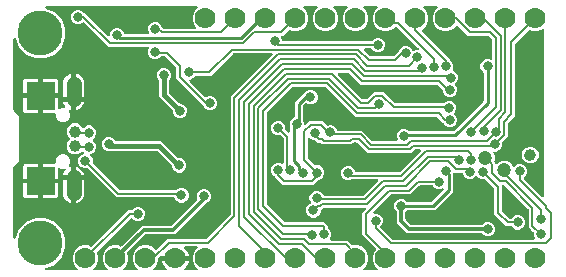
<source format=gbr>
G04 EAGLE Gerber RS-274X export*
G75*
%MOMM*%
%FSLAX34Y34*%
%LPD*%
%INBottom Copper*%
%IPPOS*%
%AMOC8*
5,1,8,0,0,1.08239X$1,22.5*%
G01*
%ADD10C,3.810000*%
%ADD11C,1.778000*%
%ADD12R,2.413000X2.413000*%
%ADD13C,1.308000*%
%ADD14C,1.000000*%
%ADD15C,1.200000*%
%ADD16C,0.800100*%
%ADD17C,0.406400*%
%ADD18C,0.254000*%
%ADD19C,0.203200*%
%ADD20C,0.304800*%

G36*
X55790Y2545D02*
X55790Y2545D01*
X55819Y2542D01*
X55931Y2565D01*
X56043Y2581D01*
X56069Y2593D01*
X56098Y2598D01*
X56199Y2651D01*
X56302Y2697D01*
X56324Y2716D01*
X56351Y2729D01*
X56433Y2807D01*
X56519Y2880D01*
X56535Y2905D01*
X56557Y2925D01*
X56614Y3023D01*
X56677Y3117D01*
X56686Y3145D01*
X56700Y3170D01*
X56728Y3280D01*
X56762Y3388D01*
X56763Y3418D01*
X56770Y3446D01*
X56767Y3559D01*
X56770Y3672D01*
X56762Y3701D01*
X56761Y3730D01*
X56726Y3838D01*
X56698Y3947D01*
X56683Y3973D01*
X56674Y4001D01*
X56629Y4064D01*
X56553Y4192D01*
X56507Y4235D01*
X56479Y4274D01*
X54240Y6513D01*
X52577Y10527D01*
X52577Y14873D01*
X54240Y18887D01*
X57313Y21960D01*
X61327Y23623D01*
X65673Y23623D01*
X68184Y22582D01*
X68186Y22582D01*
X68187Y22581D01*
X68322Y22547D01*
X68460Y22511D01*
X68461Y22511D01*
X68463Y22511D01*
X68603Y22516D01*
X68744Y22520D01*
X68745Y22520D01*
X68747Y22520D01*
X68880Y22563D01*
X69015Y22606D01*
X69016Y22607D01*
X69017Y22608D01*
X69030Y22616D01*
X69251Y22764D01*
X69271Y22788D01*
X69291Y22802D01*
X99957Y53469D01*
X102046Y53469D01*
X102133Y53481D01*
X102220Y53484D01*
X102273Y53501D01*
X102327Y53509D01*
X102407Y53544D01*
X102490Y53571D01*
X102530Y53599D01*
X102587Y53625D01*
X102700Y53721D01*
X102764Y53766D01*
X104532Y55535D01*
X106750Y56453D01*
X109150Y56453D01*
X111368Y55535D01*
X113065Y53838D01*
X113983Y51620D01*
X113983Y49220D01*
X113065Y47002D01*
X111368Y45305D01*
X109150Y44387D01*
X106750Y44387D01*
X104532Y45305D01*
X103193Y46645D01*
X103146Y46680D01*
X103106Y46723D01*
X103033Y46765D01*
X102965Y46816D01*
X102911Y46837D01*
X102860Y46866D01*
X102779Y46887D01*
X102700Y46917D01*
X102641Y46922D01*
X102585Y46937D01*
X102500Y46934D01*
X102416Y46941D01*
X102359Y46929D01*
X102301Y46928D01*
X102220Y46902D01*
X102138Y46885D01*
X102086Y46858D01*
X102030Y46840D01*
X101974Y46800D01*
X101885Y46754D01*
X101813Y46685D01*
X101757Y46645D01*
X73602Y18491D01*
X73602Y18490D01*
X73600Y18489D01*
X73574Y18454D01*
X73564Y18445D01*
X73533Y18399D01*
X73512Y18370D01*
X73432Y18264D01*
X73431Y18262D01*
X73430Y18261D01*
X73415Y18222D01*
X73406Y18208D01*
X73386Y18144D01*
X73380Y18127D01*
X73330Y17998D01*
X73330Y17996D01*
X73330Y17995D01*
X73327Y17957D01*
X73320Y17937D01*
X73318Y17854D01*
X73318Y17850D01*
X73307Y17715D01*
X73307Y17713D01*
X73307Y17712D01*
X73310Y17696D01*
X73314Y17679D01*
X73313Y17653D01*
X73339Y17556D01*
X73363Y17436D01*
X73377Y17409D01*
X73382Y17384D01*
X74423Y14873D01*
X74423Y10527D01*
X72760Y6513D01*
X70521Y4274D01*
X70503Y4250D01*
X70481Y4231D01*
X70418Y4137D01*
X70350Y4047D01*
X70340Y4019D01*
X70323Y3995D01*
X70289Y3887D01*
X70249Y3781D01*
X70246Y3752D01*
X70238Y3724D01*
X70235Y3610D01*
X70225Y3498D01*
X70231Y3469D01*
X70230Y3440D01*
X70259Y3330D01*
X70281Y3219D01*
X70295Y3193D01*
X70302Y3165D01*
X70360Y3067D01*
X70412Y2967D01*
X70432Y2945D01*
X70447Y2920D01*
X70530Y2843D01*
X70608Y2761D01*
X70633Y2746D01*
X70655Y2726D01*
X70755Y2674D01*
X70853Y2617D01*
X70882Y2610D01*
X70908Y2596D01*
X70985Y2583D01*
X71129Y2547D01*
X71191Y2549D01*
X71239Y2541D01*
X81161Y2541D01*
X81190Y2545D01*
X81219Y2542D01*
X81331Y2565D01*
X81443Y2581D01*
X81469Y2593D01*
X81498Y2598D01*
X81599Y2651D01*
X81702Y2697D01*
X81724Y2716D01*
X81751Y2729D01*
X81833Y2807D01*
X81919Y2880D01*
X81935Y2905D01*
X81957Y2925D01*
X82014Y3023D01*
X82077Y3117D01*
X82086Y3145D01*
X82100Y3170D01*
X82128Y3280D01*
X82162Y3388D01*
X82163Y3418D01*
X82170Y3446D01*
X82167Y3559D01*
X82170Y3672D01*
X82162Y3701D01*
X82161Y3730D01*
X82126Y3838D01*
X82098Y3947D01*
X82083Y3973D01*
X82074Y4001D01*
X82029Y4064D01*
X81953Y4192D01*
X81907Y4235D01*
X81879Y4274D01*
X79640Y6513D01*
X77977Y10527D01*
X77977Y14873D01*
X79640Y18887D01*
X82713Y21960D01*
X86727Y23623D01*
X91073Y23623D01*
X93076Y22793D01*
X93078Y22792D01*
X93079Y22792D01*
X93212Y22758D01*
X93352Y22722D01*
X93353Y22722D01*
X93355Y22721D01*
X93496Y22726D01*
X93636Y22730D01*
X93637Y22730D01*
X93639Y22730D01*
X93772Y22773D01*
X93907Y22817D01*
X93908Y22817D01*
X93909Y22818D01*
X93922Y22827D01*
X94143Y22975D01*
X94163Y22998D01*
X94183Y23013D01*
X109176Y38006D01*
X111557Y40387D01*
X135901Y40387D01*
X135988Y40399D01*
X136075Y40402D01*
X136128Y40419D01*
X136183Y40427D01*
X136263Y40462D01*
X136346Y40489D01*
X136385Y40517D01*
X136442Y40543D01*
X136555Y40639D01*
X136619Y40684D01*
X158003Y62068D01*
X158004Y62070D01*
X158006Y62071D01*
X158090Y62184D01*
X158174Y62296D01*
X158175Y62297D01*
X158176Y62298D01*
X158226Y62430D01*
X158276Y62561D01*
X158276Y62563D01*
X158276Y62564D01*
X158287Y62703D01*
X158299Y62845D01*
X158299Y62846D01*
X158299Y62848D01*
X158295Y62863D01*
X158243Y63123D01*
X158229Y63150D01*
X158223Y63175D01*
X157797Y64205D01*
X157797Y66605D01*
X158715Y68823D01*
X160412Y70520D01*
X162630Y71438D01*
X165030Y71438D01*
X167248Y70520D01*
X168945Y68823D01*
X169863Y66605D01*
X169863Y64205D01*
X168945Y61987D01*
X167248Y60290D01*
X165791Y59687D01*
X165765Y59671D01*
X165735Y59662D01*
X165672Y59616D01*
X165547Y59543D01*
X165502Y59496D01*
X165462Y59467D01*
X139268Y33273D01*
X114924Y33273D01*
X114837Y33261D01*
X114750Y33258D01*
X114697Y33241D01*
X114642Y33233D01*
X114562Y33198D01*
X114479Y33171D01*
X114440Y33143D01*
X114383Y33117D01*
X114270Y33021D01*
X114206Y32976D01*
X99213Y17983D01*
X99212Y17982D01*
X99211Y17981D01*
X99122Y17862D01*
X99042Y17756D01*
X99041Y17754D01*
X99040Y17753D01*
X98988Y17613D01*
X98941Y17490D01*
X98941Y17488D01*
X98940Y17487D01*
X98928Y17342D01*
X98917Y17207D01*
X98917Y17205D01*
X98917Y17204D01*
X98921Y17188D01*
X98973Y16928D01*
X98987Y16901D01*
X98993Y16876D01*
X99823Y14873D01*
X99823Y10527D01*
X98160Y6513D01*
X95921Y4274D01*
X95903Y4250D01*
X95881Y4231D01*
X95818Y4137D01*
X95750Y4047D01*
X95740Y4019D01*
X95723Y3995D01*
X95689Y3887D01*
X95649Y3781D01*
X95646Y3752D01*
X95638Y3724D01*
X95635Y3610D01*
X95625Y3498D01*
X95631Y3469D01*
X95630Y3440D01*
X95659Y3330D01*
X95681Y3219D01*
X95695Y3193D01*
X95702Y3165D01*
X95760Y3067D01*
X95812Y2967D01*
X95832Y2945D01*
X95847Y2920D01*
X95930Y2843D01*
X96008Y2761D01*
X96033Y2746D01*
X96055Y2726D01*
X96155Y2674D01*
X96253Y2617D01*
X96282Y2610D01*
X96308Y2596D01*
X96385Y2583D01*
X96529Y2547D01*
X96591Y2549D01*
X96639Y2541D01*
X106561Y2541D01*
X106590Y2545D01*
X106619Y2542D01*
X106731Y2565D01*
X106843Y2581D01*
X106869Y2593D01*
X106898Y2598D01*
X106999Y2651D01*
X107102Y2697D01*
X107124Y2716D01*
X107151Y2729D01*
X107233Y2807D01*
X107319Y2880D01*
X107335Y2905D01*
X107357Y2925D01*
X107414Y3023D01*
X107477Y3117D01*
X107486Y3145D01*
X107500Y3170D01*
X107528Y3280D01*
X107562Y3388D01*
X107563Y3418D01*
X107570Y3446D01*
X107567Y3559D01*
X107570Y3672D01*
X107562Y3701D01*
X107561Y3730D01*
X107526Y3838D01*
X107498Y3947D01*
X107483Y3973D01*
X107474Y4001D01*
X107429Y4064D01*
X107353Y4192D01*
X107307Y4235D01*
X107279Y4274D01*
X105040Y6513D01*
X103377Y10527D01*
X103377Y14873D01*
X105040Y18887D01*
X108113Y21960D01*
X112127Y23623D01*
X116473Y23623D01*
X120487Y21960D01*
X122325Y20122D01*
X122372Y20087D01*
X122412Y20045D01*
X122485Y20002D01*
X122552Y19951D01*
X122607Y19930D01*
X122657Y19901D01*
X122739Y19880D01*
X122818Y19850D01*
X122876Y19845D01*
X122933Y19831D01*
X123017Y19834D01*
X123101Y19827D01*
X123158Y19838D01*
X123217Y19840D01*
X123297Y19866D01*
X123380Y19882D01*
X123432Y19909D01*
X123487Y19927D01*
X123544Y19967D01*
X123632Y20013D01*
X123704Y20082D01*
X123761Y20122D01*
X132722Y29084D01*
X165322Y29084D01*
X165408Y29096D01*
X165496Y29099D01*
X165548Y29116D01*
X165603Y29124D01*
X165683Y29159D01*
X165766Y29186D01*
X165805Y29214D01*
X165863Y29240D01*
X165976Y29336D01*
X166040Y29381D01*
X186265Y49606D01*
X186317Y49676D01*
X186377Y49740D01*
X186403Y49790D01*
X186436Y49834D01*
X186467Y49915D01*
X186507Y49993D01*
X186515Y50041D01*
X186537Y50099D01*
X186549Y50247D01*
X186562Y50324D01*
X186562Y149599D01*
X188646Y151682D01*
X221666Y184702D01*
X221683Y184726D01*
X221706Y184745D01*
X221768Y184839D01*
X221836Y184929D01*
X221847Y184957D01*
X221863Y184981D01*
X221897Y185089D01*
X221938Y185195D01*
X221940Y185224D01*
X221949Y185252D01*
X221952Y185366D01*
X221961Y185478D01*
X221956Y185507D01*
X221956Y185536D01*
X221928Y185646D01*
X221905Y185757D01*
X221892Y185783D01*
X221884Y185811D01*
X221827Y185909D01*
X221774Y186009D01*
X221754Y186031D01*
X221739Y186056D01*
X221657Y186133D01*
X221579Y186215D01*
X221553Y186230D01*
X221532Y186250D01*
X221431Y186302D01*
X221333Y186359D01*
X221305Y186366D01*
X221279Y186380D01*
X221201Y186393D01*
X221058Y186429D01*
X220995Y186427D01*
X220948Y186435D01*
X189262Y186435D01*
X189176Y186423D01*
X189088Y186420D01*
X189036Y186403D01*
X188981Y186395D01*
X188901Y186360D01*
X188818Y186333D01*
X188779Y186305D01*
X188721Y186279D01*
X188608Y186183D01*
X188544Y186138D01*
X169538Y167131D01*
X157034Y167131D01*
X156947Y167119D01*
X156860Y167116D01*
X156807Y167099D01*
X156753Y167091D01*
X156673Y167056D01*
X156590Y167029D01*
X156550Y167001D01*
X156493Y166975D01*
X156380Y166879D01*
X156316Y166834D01*
X154548Y165065D01*
X152244Y164111D01*
X152214Y164107D01*
X152188Y164095D01*
X152159Y164089D01*
X152058Y164037D01*
X151955Y163991D01*
X151932Y163972D01*
X151906Y163958D01*
X151824Y163880D01*
X151738Y163807D01*
X151722Y163783D01*
X151700Y163762D01*
X151643Y163665D01*
X151580Y163570D01*
X151571Y163542D01*
X151557Y163517D01*
X151529Y163408D01*
X151495Y163299D01*
X151494Y163270D01*
X151487Y163242D01*
X151490Y163129D01*
X151487Y163015D01*
X151495Y162987D01*
X151496Y162957D01*
X151530Y162850D01*
X151559Y162740D01*
X151574Y162715D01*
X151583Y162687D01*
X151629Y162623D01*
X151704Y162496D01*
X151750Y162453D01*
X151778Y162414D01*
X164616Y149575D01*
X164618Y149574D01*
X164619Y149573D01*
X164737Y149485D01*
X164844Y149404D01*
X164845Y149404D01*
X164846Y149403D01*
X164980Y149352D01*
X165109Y149303D01*
X165111Y149303D01*
X165112Y149302D01*
X165257Y149291D01*
X165393Y149280D01*
X165394Y149280D01*
X165396Y149280D01*
X165411Y149283D01*
X165671Y149335D01*
X165698Y149349D01*
X165723Y149355D01*
X167710Y150178D01*
X170110Y150178D01*
X172328Y149260D01*
X174025Y147563D01*
X174943Y145345D01*
X174943Y142945D01*
X174025Y140727D01*
X172328Y139030D01*
X170110Y138112D01*
X167710Y138112D01*
X165492Y139030D01*
X163795Y140727D01*
X163133Y142326D01*
X163117Y142353D01*
X163108Y142382D01*
X163062Y142446D01*
X162989Y142571D01*
X162942Y142615D01*
X162913Y142655D01*
X140461Y165107D01*
X140461Y174212D01*
X140449Y174298D01*
X140446Y174386D01*
X140429Y174438D01*
X140421Y174493D01*
X140386Y174573D01*
X140359Y174656D01*
X140331Y174695D01*
X140305Y174753D01*
X140209Y174866D01*
X140164Y174930D01*
X131750Y183344D01*
X131680Y183396D01*
X131616Y183456D01*
X131566Y183482D01*
X131522Y183515D01*
X131441Y183546D01*
X131363Y183586D01*
X131315Y183594D01*
X131257Y183616D01*
X131109Y183628D01*
X131032Y183641D01*
X127824Y183641D01*
X127737Y183629D01*
X127650Y183626D01*
X127597Y183609D01*
X127543Y183601D01*
X127463Y183566D01*
X127380Y183539D01*
X127340Y183511D01*
X127283Y183485D01*
X127170Y183389D01*
X127106Y183344D01*
X125973Y182210D01*
X123755Y181292D01*
X121355Y181292D01*
X119137Y182210D01*
X117440Y183907D01*
X116522Y186125D01*
X116522Y188525D01*
X117337Y190492D01*
X117365Y190604D01*
X117400Y190713D01*
X117401Y190741D01*
X117408Y190768D01*
X117404Y190882D01*
X117407Y190997D01*
X117400Y191024D01*
X117399Y191052D01*
X117364Y191161D01*
X117335Y191272D01*
X117321Y191296D01*
X117313Y191323D01*
X117249Y191418D01*
X117190Y191517D01*
X117170Y191536D01*
X117155Y191559D01*
X117067Y191633D01*
X116983Y191711D01*
X116958Y191724D01*
X116937Y191742D01*
X116832Y191788D01*
X116730Y191841D01*
X116705Y191845D01*
X116677Y191857D01*
X116413Y191894D01*
X116399Y191896D01*
X82749Y191896D01*
X80666Y193979D01*
X80666Y193980D01*
X62297Y212349D01*
X62250Y212384D01*
X62210Y212426D01*
X62137Y212469D01*
X62070Y212520D01*
X62015Y212540D01*
X61964Y212570D01*
X61883Y212591D01*
X61804Y212621D01*
X61746Y212626D01*
X61689Y212640D01*
X61604Y212637D01*
X61521Y212644D01*
X61463Y212633D01*
X61405Y212631D01*
X61324Y212605D01*
X61242Y212588D01*
X61190Y212562D01*
X61134Y212544D01*
X61078Y212503D01*
X60989Y212457D01*
X60917Y212389D01*
X60861Y212349D01*
X60568Y212055D01*
X58350Y211137D01*
X55950Y211137D01*
X53732Y212055D01*
X52035Y213752D01*
X51117Y215970D01*
X51117Y218370D01*
X52035Y220588D01*
X53732Y222285D01*
X55950Y223203D01*
X58350Y223203D01*
X60568Y222285D01*
X62336Y220516D01*
X62406Y220464D01*
X62470Y220404D01*
X62519Y220378D01*
X62563Y220345D01*
X62645Y220314D01*
X62723Y220274D01*
X62771Y220266D01*
X62829Y220244D01*
X62977Y220232D01*
X63049Y220220D01*
X82404Y200865D01*
X82427Y200847D01*
X82446Y200825D01*
X82540Y200762D01*
X82631Y200694D01*
X82658Y200683D01*
X82683Y200667D01*
X82791Y200633D01*
X82896Y200593D01*
X82926Y200590D01*
X82954Y200581D01*
X83067Y200578D01*
X83180Y200569D01*
X83208Y200575D01*
X83238Y200574D01*
X83347Y200603D01*
X83459Y200625D01*
X83485Y200639D01*
X83513Y200646D01*
X83610Y200704D01*
X83711Y200756D01*
X83732Y200776D01*
X83757Y200791D01*
X83835Y200874D01*
X83917Y200952D01*
X83932Y200977D01*
X83952Y200998D01*
X84003Y201099D01*
X84061Y201197D01*
X84068Y201225D01*
X84081Y201252D01*
X84094Y201329D01*
X84131Y201473D01*
X84129Y201535D01*
X84137Y201583D01*
X84137Y203130D01*
X85055Y205348D01*
X86752Y207045D01*
X88970Y207963D01*
X91370Y207963D01*
X93588Y207045D01*
X95285Y205348D01*
X96177Y203192D01*
X96178Y203191D01*
X96179Y203190D01*
X96249Y203071D01*
X96322Y202948D01*
X96323Y202947D01*
X96324Y202945D01*
X96428Y202848D01*
X96529Y202752D01*
X96530Y202752D01*
X96531Y202751D01*
X96657Y202686D01*
X96781Y202622D01*
X96783Y202622D01*
X96784Y202621D01*
X96799Y202619D01*
X97060Y202567D01*
X97091Y202570D01*
X97115Y202566D01*
X116346Y202566D01*
X116460Y202582D01*
X116574Y202592D01*
X116600Y202602D01*
X116628Y202606D01*
X116732Y202653D01*
X116840Y202694D01*
X116862Y202710D01*
X116887Y202722D01*
X116975Y202796D01*
X117066Y202865D01*
X117083Y202888D01*
X117104Y202905D01*
X117168Y203001D01*
X117236Y203093D01*
X117246Y203119D01*
X117262Y203142D01*
X117296Y203252D01*
X117337Y203359D01*
X117339Y203387D01*
X117347Y203413D01*
X117350Y203528D01*
X117360Y203642D01*
X117354Y203667D01*
X117355Y203697D01*
X117288Y203954D01*
X117284Y203970D01*
X116522Y205810D01*
X116522Y208210D01*
X117440Y210428D01*
X119137Y212125D01*
X121355Y213043D01*
X123755Y213043D01*
X125973Y212125D01*
X127670Y210428D01*
X128597Y208190D01*
X128600Y208162D01*
X128603Y208075D01*
X128620Y208022D01*
X128628Y207967D01*
X128664Y207888D01*
X128691Y207804D01*
X128719Y207765D01*
X128744Y207708D01*
X128840Y207595D01*
X128886Y207531D01*
X129108Y207308D01*
X129178Y207256D01*
X129242Y207196D01*
X129292Y207170D01*
X129336Y207137D01*
X129417Y207106D01*
X129495Y207066D01*
X129543Y207058D01*
X129601Y207036D01*
X129749Y207024D01*
X129826Y207011D01*
X156091Y207011D01*
X156120Y207015D01*
X156149Y207012D01*
X156261Y207035D01*
X156373Y207051D01*
X156399Y207063D01*
X156428Y207068D01*
X156529Y207121D01*
X156632Y207167D01*
X156654Y207186D01*
X156681Y207199D01*
X156763Y207277D01*
X156849Y207350D01*
X156865Y207375D01*
X156887Y207395D01*
X156944Y207493D01*
X157007Y207587D01*
X157016Y207615D01*
X157030Y207640D01*
X157058Y207750D01*
X157092Y207858D01*
X157093Y207888D01*
X157100Y207916D01*
X157097Y208029D01*
X157100Y208142D01*
X157092Y208171D01*
X157091Y208200D01*
X157056Y208308D01*
X157028Y208417D01*
X157013Y208443D01*
X157004Y208471D01*
X156958Y208535D01*
X156883Y208662D01*
X156837Y208705D01*
X156809Y208744D01*
X155840Y209713D01*
X154177Y213727D01*
X154177Y218073D01*
X155840Y222087D01*
X158079Y224326D01*
X158097Y224350D01*
X158119Y224369D01*
X158182Y224463D01*
X158250Y224553D01*
X158260Y224581D01*
X158277Y224605D01*
X158311Y224713D01*
X158351Y224819D01*
X158354Y224848D01*
X158362Y224876D01*
X158365Y224990D01*
X158375Y225102D01*
X158369Y225131D01*
X158370Y225160D01*
X158341Y225270D01*
X158319Y225381D01*
X158305Y225407D01*
X158298Y225435D01*
X158240Y225533D01*
X158188Y225633D01*
X158168Y225655D01*
X158153Y225680D01*
X158070Y225757D01*
X157992Y225839D01*
X157967Y225854D01*
X157945Y225874D01*
X157845Y225926D01*
X157747Y225983D01*
X157718Y225990D01*
X157692Y226004D01*
X157615Y226017D01*
X157471Y226053D01*
X157409Y226051D01*
X157361Y226059D01*
X30409Y226059D01*
X30324Y226047D01*
X30238Y226045D01*
X30183Y226027D01*
X30127Y226019D01*
X30049Y225984D01*
X29967Y225958D01*
X29920Y225926D01*
X29868Y225903D01*
X29802Y225848D01*
X29731Y225800D01*
X29694Y225756D01*
X29651Y225720D01*
X29603Y225648D01*
X29548Y225582D01*
X29525Y225530D01*
X29493Y225483D01*
X29467Y225401D01*
X29432Y225322D01*
X29425Y225266D01*
X29407Y225212D01*
X29405Y225126D01*
X29393Y225041D01*
X29402Y224985D01*
X29400Y224928D01*
X29422Y224845D01*
X29434Y224760D01*
X29458Y224708D01*
X29472Y224653D01*
X29516Y224579D01*
X29551Y224500D01*
X29588Y224457D01*
X29617Y224408D01*
X29680Y224349D01*
X29735Y224284D01*
X29777Y224258D01*
X29824Y224214D01*
X29953Y224148D01*
X30020Y224106D01*
X37342Y221073D01*
X43273Y215142D01*
X46483Y207394D01*
X46483Y199006D01*
X43273Y191258D01*
X37342Y185327D01*
X29594Y182117D01*
X21206Y182117D01*
X13458Y185327D01*
X7527Y191258D01*
X4494Y198580D01*
X4450Y198654D01*
X4415Y198732D01*
X4378Y198776D01*
X4349Y198825D01*
X4287Y198884D01*
X4231Y198949D01*
X4184Y198981D01*
X4143Y199020D01*
X4066Y199059D01*
X3995Y199107D01*
X3941Y199124D01*
X3890Y199150D01*
X3806Y199167D01*
X3724Y199193D01*
X3667Y199194D01*
X3611Y199205D01*
X3526Y199198D01*
X3440Y199200D01*
X3385Y199186D01*
X3328Y199181D01*
X3248Y199150D01*
X3165Y199128D01*
X3116Y199099D01*
X3063Y199079D01*
X2994Y199027D01*
X2920Y198983D01*
X2881Y198941D01*
X2836Y198907D01*
X2784Y198838D01*
X2726Y198776D01*
X2700Y198725D01*
X2666Y198679D01*
X2635Y198599D01*
X2596Y198522D01*
X2588Y198474D01*
X2565Y198413D01*
X2554Y198269D01*
X2541Y198191D01*
X2541Y138633D01*
X2553Y138546D01*
X2556Y138459D01*
X2573Y138406D01*
X2581Y138351D01*
X2616Y138272D01*
X2643Y138188D01*
X2671Y138149D01*
X2697Y138092D01*
X2793Y137979D01*
X2808Y137958D01*
X2813Y137948D01*
X2817Y137945D01*
X2838Y137915D01*
X7621Y133132D01*
X7621Y95468D01*
X2838Y90685D01*
X2786Y90615D01*
X2726Y90551D01*
X2700Y90502D01*
X2667Y90458D01*
X2636Y90376D01*
X2596Y90298D01*
X2588Y90251D01*
X2566Y90192D01*
X2554Y90044D01*
X2541Y89967D01*
X2541Y30409D01*
X2553Y30324D01*
X2555Y30238D01*
X2573Y30183D01*
X2581Y30127D01*
X2616Y30049D01*
X2642Y29967D01*
X2674Y29920D01*
X2697Y29868D01*
X2752Y29802D01*
X2800Y29731D01*
X2844Y29694D01*
X2880Y29651D01*
X2952Y29603D01*
X3018Y29548D01*
X3070Y29525D01*
X3117Y29493D01*
X3199Y29467D01*
X3278Y29432D01*
X3334Y29425D01*
X3388Y29407D01*
X3474Y29405D01*
X3559Y29393D01*
X3615Y29402D01*
X3672Y29400D01*
X3755Y29422D01*
X3840Y29434D01*
X3892Y29458D01*
X3947Y29472D01*
X4021Y29516D01*
X4100Y29551D01*
X4143Y29588D01*
X4192Y29617D01*
X4251Y29680D01*
X4316Y29735D01*
X4342Y29777D01*
X4386Y29824D01*
X4452Y29953D01*
X4494Y30020D01*
X7527Y37342D01*
X13458Y43273D01*
X21206Y46483D01*
X29594Y46483D01*
X37342Y43273D01*
X43273Y37342D01*
X46483Y29594D01*
X46483Y21206D01*
X43273Y13458D01*
X37342Y7527D01*
X30020Y4494D01*
X29946Y4450D01*
X29868Y4415D01*
X29824Y4378D01*
X29775Y4349D01*
X29716Y4287D01*
X29651Y4231D01*
X29619Y4184D01*
X29580Y4143D01*
X29541Y4066D01*
X29493Y3995D01*
X29476Y3941D01*
X29450Y3890D01*
X29433Y3806D01*
X29407Y3724D01*
X29406Y3667D01*
X29395Y3611D01*
X29402Y3526D01*
X29400Y3440D01*
X29414Y3385D01*
X29419Y3328D01*
X29450Y3248D01*
X29472Y3165D01*
X29501Y3116D01*
X29521Y3063D01*
X29573Y2994D01*
X29617Y2920D01*
X29659Y2881D01*
X29693Y2836D01*
X29762Y2784D01*
X29824Y2726D01*
X29875Y2700D01*
X29921Y2666D01*
X30001Y2635D01*
X30078Y2596D01*
X30126Y2588D01*
X30187Y2565D01*
X30331Y2554D01*
X30409Y2541D01*
X55761Y2541D01*
X55790Y2545D01*
G37*
G36*
X309790Y2545D02*
X309790Y2545D01*
X309819Y2542D01*
X309931Y2565D01*
X310043Y2581D01*
X310069Y2593D01*
X310098Y2598D01*
X310199Y2651D01*
X310302Y2697D01*
X310324Y2716D01*
X310351Y2729D01*
X310433Y2807D01*
X310519Y2880D01*
X310535Y2905D01*
X310557Y2925D01*
X310614Y3023D01*
X310677Y3117D01*
X310686Y3145D01*
X310700Y3170D01*
X310728Y3280D01*
X310762Y3388D01*
X310763Y3418D01*
X310770Y3446D01*
X310767Y3559D01*
X310770Y3672D01*
X310762Y3701D01*
X310761Y3730D01*
X310726Y3838D01*
X310698Y3947D01*
X310683Y3973D01*
X310674Y4001D01*
X310629Y4064D01*
X310553Y4192D01*
X310507Y4235D01*
X310479Y4274D01*
X308240Y6513D01*
X306577Y10527D01*
X306577Y14873D01*
X308240Y18887D01*
X309125Y19772D01*
X309160Y19819D01*
X309203Y19859D01*
X309245Y19932D01*
X309296Y20000D01*
X309317Y20054D01*
X309347Y20105D01*
X309367Y20186D01*
X309397Y20265D01*
X309402Y20324D01*
X309417Y20380D01*
X309414Y20464D01*
X309421Y20549D01*
X309409Y20606D01*
X309408Y20664D01*
X309382Y20745D01*
X309365Y20827D01*
X309338Y20879D01*
X309320Y20935D01*
X309280Y20991D01*
X309234Y21080D01*
X309165Y21152D01*
X309125Y21208D01*
X297941Y32392D01*
X297941Y51428D01*
X300024Y53511D01*
X300025Y53511D01*
X300533Y54019D01*
X300550Y54043D01*
X300573Y54062D01*
X300635Y54156D01*
X300703Y54246D01*
X300714Y54274D01*
X300730Y54298D01*
X300764Y54406D01*
X300805Y54512D01*
X300807Y54541D01*
X300816Y54569D01*
X300819Y54682D01*
X300828Y54795D01*
X300823Y54824D01*
X300823Y54853D01*
X300795Y54963D01*
X300772Y55074D01*
X300759Y55100D01*
X300751Y55128D01*
X300694Y55226D01*
X300641Y55326D01*
X300621Y55348D01*
X300606Y55373D01*
X300524Y55450D01*
X300446Y55532D01*
X300420Y55547D01*
X300399Y55567D01*
X300298Y55619D01*
X300200Y55676D01*
X300172Y55683D01*
X300146Y55697D01*
X300068Y55710D01*
X299925Y55746D01*
X299862Y55744D01*
X299815Y55752D01*
X265478Y55752D01*
X265392Y55740D01*
X265304Y55737D01*
X265252Y55720D01*
X265197Y55712D01*
X265117Y55677D01*
X265034Y55650D01*
X264995Y55622D01*
X264937Y55596D01*
X264824Y55500D01*
X264760Y55455D01*
X263301Y53995D01*
X263254Y53974D01*
X263197Y53959D01*
X263125Y53916D01*
X263048Y53882D01*
X263003Y53844D01*
X262953Y53814D01*
X262895Y53752D01*
X262831Y53698D01*
X262798Y53649D01*
X262758Y53607D01*
X262720Y53532D01*
X262673Y53461D01*
X262655Y53406D01*
X262629Y53354D01*
X262617Y53286D01*
X262587Y53190D01*
X262585Y53091D01*
X262573Y53023D01*
X262573Y52140D01*
X261655Y49922D01*
X259958Y48225D01*
X257740Y47307D01*
X255340Y47307D01*
X253122Y48225D01*
X251425Y49922D01*
X250507Y52140D01*
X250507Y54540D01*
X251425Y56758D01*
X253122Y58455D01*
X253972Y58807D01*
X254071Y58865D01*
X254173Y58918D01*
X254193Y58937D01*
X254217Y58951D01*
X254295Y59034D01*
X254379Y59114D01*
X254393Y59138D01*
X254412Y59158D01*
X254464Y59260D01*
X254523Y59359D01*
X254529Y59386D01*
X254542Y59411D01*
X254564Y59523D01*
X254593Y59634D01*
X254592Y59662D01*
X254597Y59689D01*
X254587Y59804D01*
X254584Y59919D01*
X254575Y59945D01*
X254573Y59973D01*
X254532Y60079D01*
X254496Y60189D01*
X254482Y60210D01*
X254471Y60238D01*
X254310Y60450D01*
X254301Y60462D01*
X254046Y60717D01*
X253128Y62935D01*
X253128Y65335D01*
X254046Y67553D01*
X255743Y69250D01*
X257961Y70168D01*
X260361Y70168D01*
X262579Y69250D01*
X264276Y67553D01*
X264695Y66540D01*
X264696Y66539D01*
X264696Y66538D01*
X264767Y66419D01*
X264839Y66296D01*
X264841Y66295D01*
X264841Y66293D01*
X264945Y66196D01*
X265046Y66100D01*
X265048Y66100D01*
X265049Y66099D01*
X265175Y66034D01*
X265299Y65970D01*
X265300Y65970D01*
X265302Y65969D01*
X265317Y65967D01*
X265578Y65915D01*
X265608Y65918D01*
X265633Y65914D01*
X298753Y65914D01*
X298839Y65926D01*
X298927Y65929D01*
X298979Y65946D01*
X299034Y65954D01*
X299114Y65989D01*
X299197Y66016D01*
X299236Y66044D01*
X299293Y66070D01*
X299407Y66166D01*
X299470Y66211D01*
X311185Y77926D01*
X311203Y77949D01*
X311225Y77968D01*
X311288Y78062D01*
X311356Y78153D01*
X311366Y78180D01*
X311383Y78205D01*
X311417Y78313D01*
X311457Y78418D01*
X311460Y78448D01*
X311468Y78476D01*
X311471Y78589D01*
X311481Y78702D01*
X311475Y78730D01*
X311476Y78760D01*
X311447Y78869D01*
X311425Y78981D01*
X311411Y79007D01*
X311404Y79035D01*
X311346Y79132D01*
X311294Y79233D01*
X311274Y79254D01*
X311259Y79279D01*
X311176Y79357D01*
X311098Y79439D01*
X311073Y79454D01*
X311051Y79474D01*
X310950Y79525D01*
X310853Y79583D01*
X310824Y79590D01*
X310798Y79603D01*
X310721Y79616D01*
X310577Y79653D01*
X310515Y79651D01*
X310467Y79659D01*
X288329Y79659D01*
X288298Y79654D01*
X288267Y79657D01*
X288191Y79639D01*
X288047Y79619D01*
X287988Y79593D01*
X287940Y79581D01*
X287054Y79214D01*
X284653Y79214D01*
X282436Y80133D01*
X280739Y81830D01*
X279820Y84047D01*
X279820Y86448D01*
X280739Y88665D01*
X282436Y90362D01*
X284653Y91281D01*
X287054Y91281D01*
X289271Y90362D01*
X290968Y88665D01*
X291913Y86383D01*
X291914Y86382D01*
X291915Y86380D01*
X291986Y86260D01*
X292058Y86138D01*
X292059Y86137D01*
X292060Y86136D01*
X292164Y86038D01*
X292265Y85943D01*
X292266Y85942D01*
X292267Y85941D01*
X292393Y85877D01*
X292517Y85813D01*
X292519Y85812D01*
X292520Y85812D01*
X292535Y85809D01*
X292796Y85758D01*
X292827Y85760D01*
X292851Y85756D01*
X329309Y85756D01*
X329396Y85768D01*
X329483Y85771D01*
X329536Y85788D01*
X329591Y85796D01*
X329670Y85832D01*
X329754Y85859D01*
X329793Y85887D01*
X329850Y85912D01*
X329963Y86008D01*
X330027Y86054D01*
X347142Y103168D01*
X347159Y103192D01*
X347182Y103211D01*
X347244Y103305D01*
X347312Y103395D01*
X347323Y103423D01*
X347339Y103447D01*
X347373Y103555D01*
X347414Y103661D01*
X347416Y103690D01*
X347425Y103718D01*
X347428Y103832D01*
X347437Y103944D01*
X347432Y103973D01*
X347432Y104002D01*
X347404Y104112D01*
X347381Y104223D01*
X347368Y104249D01*
X347360Y104277D01*
X347303Y104375D01*
X347250Y104475D01*
X347230Y104497D01*
X347215Y104522D01*
X347133Y104599D01*
X347055Y104681D01*
X347029Y104696D01*
X347008Y104716D01*
X346907Y104768D01*
X346809Y104825D01*
X346781Y104832D01*
X346755Y104846D01*
X346677Y104859D01*
X346534Y104895D01*
X346471Y104893D01*
X346424Y104901D01*
X342903Y104901D01*
X342816Y104889D01*
X342729Y104886D01*
X342676Y104869D01*
X342621Y104861D01*
X342541Y104826D01*
X342458Y104799D01*
X342419Y104771D01*
X342362Y104745D01*
X342249Y104649D01*
X342185Y104604D01*
X341644Y104064D01*
X341644Y104063D01*
X339561Y101980D01*
X302456Y101980D01*
X294054Y110382D01*
X293984Y110435D01*
X293920Y110495D01*
X293871Y110520D01*
X293827Y110553D01*
X293745Y110584D01*
X293667Y110624D01*
X293620Y110632D01*
X293561Y110655D01*
X293414Y110667D01*
X293336Y110680D01*
X290864Y110680D01*
X290777Y110668D01*
X290690Y110665D01*
X290637Y110648D01*
X290582Y110640D01*
X290502Y110604D01*
X290419Y110577D01*
X290380Y110549D01*
X290323Y110524D01*
X290209Y110428D01*
X290146Y110382D01*
X289046Y109283D01*
X263788Y109283D01*
X262751Y110319D01*
X262682Y110371D01*
X262618Y110431D01*
X262568Y110457D01*
X262524Y110490D01*
X262443Y110521D01*
X262365Y110561D01*
X262317Y110569D01*
X262259Y110591D01*
X262111Y110603D01*
X262034Y110616D01*
X259722Y110616D01*
X257812Y112527D01*
X257742Y112579D01*
X257678Y112639D01*
X257629Y112664D01*
X257585Y112697D01*
X257503Y112729D01*
X257425Y112768D01*
X257378Y112776D01*
X257319Y112799D01*
X257171Y112811D01*
X257094Y112824D01*
X256498Y112824D01*
X254280Y113742D01*
X253702Y114321D01*
X253678Y114339D01*
X253659Y114361D01*
X253565Y114424D01*
X253475Y114492D01*
X253447Y114502D01*
X253423Y114518D01*
X253315Y114553D01*
X253209Y114593D01*
X253180Y114595D01*
X253152Y114604D01*
X253038Y114607D01*
X252926Y114617D01*
X252897Y114611D01*
X252868Y114612D01*
X252758Y114583D01*
X252647Y114561D01*
X252621Y114547D01*
X252593Y114540D01*
X252495Y114482D01*
X252395Y114430D01*
X252373Y114409D01*
X252348Y114394D01*
X252271Y114312D01*
X252189Y114234D01*
X252174Y114209D01*
X252154Y114187D01*
X252102Y114086D01*
X252045Y113989D01*
X252038Y113960D01*
X252024Y113934D01*
X252011Y113857D01*
X251975Y113713D01*
X251977Y113651D01*
X251969Y113603D01*
X251969Y97886D01*
X251981Y97799D01*
X251984Y97712D01*
X252001Y97659D01*
X252009Y97604D01*
X252044Y97525D01*
X252071Y97441D01*
X252099Y97402D01*
X252125Y97345D01*
X252221Y97232D01*
X252266Y97168D01*
X257696Y91738D01*
X257766Y91686D01*
X257830Y91626D01*
X257879Y91600D01*
X257923Y91567D01*
X258005Y91536D01*
X258083Y91496D01*
X258130Y91488D01*
X258189Y91466D01*
X258336Y91454D01*
X258414Y91441D01*
X260915Y91441D01*
X263133Y90522D01*
X264830Y88825D01*
X265748Y86608D01*
X265748Y84207D01*
X264830Y81990D01*
X263133Y80293D01*
X260992Y79406D01*
X260965Y79390D01*
X260936Y79381D01*
X260872Y79335D01*
X260747Y79262D01*
X260703Y79215D01*
X260663Y79186D01*
X256533Y75056D01*
X230593Y75056D01*
X223695Y81954D01*
X223687Y82007D01*
X223656Y82078D01*
X223644Y82122D01*
X223636Y82136D01*
X223625Y82170D01*
X223597Y82210D01*
X223571Y82267D01*
X223527Y82318D01*
X223499Y82366D01*
X223457Y82405D01*
X223430Y82444D01*
X221661Y84212D01*
X220743Y86430D01*
X220743Y88830D01*
X221661Y91048D01*
X223358Y92745D01*
X225576Y93663D01*
X227976Y93663D01*
X229943Y92848D01*
X230054Y92820D01*
X230164Y92785D01*
X230192Y92784D01*
X230219Y92777D01*
X230333Y92781D01*
X230448Y92778D01*
X230475Y92785D01*
X230503Y92786D01*
X230612Y92821D01*
X230723Y92850D01*
X230747Y92864D01*
X230774Y92872D01*
X230869Y92936D01*
X230968Y92995D01*
X230987Y93015D01*
X231010Y93030D01*
X231084Y93118D01*
X231162Y93202D01*
X231175Y93227D01*
X231193Y93248D01*
X231239Y93353D01*
X231292Y93455D01*
X231296Y93480D01*
X231308Y93508D01*
X231345Y93772D01*
X231347Y93786D01*
X231347Y113887D01*
X231335Y113973D01*
X231332Y114061D01*
X231315Y114113D01*
X231307Y114168D01*
X231272Y114248D01*
X231245Y114331D01*
X231217Y114370D01*
X231191Y114428D01*
X231095Y114541D01*
X231050Y114605D01*
X228795Y116859D01*
X228725Y116912D01*
X228661Y116972D01*
X228612Y116997D01*
X228568Y117030D01*
X228486Y117061D01*
X228408Y117101D01*
X228361Y117109D01*
X228302Y117132D01*
X228154Y117144D01*
X228077Y117157D01*
X225576Y117157D01*
X223358Y118075D01*
X221661Y119772D01*
X220743Y121990D01*
X220743Y124390D01*
X221661Y126608D01*
X223358Y128305D01*
X225576Y129223D01*
X227976Y129223D01*
X230194Y128305D01*
X231891Y126608D01*
X232809Y124390D01*
X232809Y121889D01*
X232821Y121802D01*
X232824Y121715D01*
X232841Y121662D01*
X232849Y121607D01*
X232885Y121528D01*
X232912Y121444D01*
X232940Y121405D01*
X232965Y121348D01*
X233061Y121235D01*
X233107Y121171D01*
X234712Y119566D01*
X234735Y119548D01*
X234754Y119526D01*
X234809Y119489D01*
X234819Y119479D01*
X234838Y119470D01*
X234848Y119463D01*
X234939Y119395D01*
X234966Y119384D01*
X234991Y119368D01*
X235099Y119334D01*
X235205Y119294D01*
X235234Y119291D01*
X235262Y119282D01*
X235375Y119279D01*
X235488Y119270D01*
X235517Y119276D01*
X235546Y119275D01*
X235656Y119304D01*
X235767Y119326D01*
X235793Y119339D01*
X235821Y119347D01*
X235918Y119404D01*
X236019Y119457D01*
X236040Y119477D01*
X236066Y119492D01*
X236143Y119575D01*
X236225Y119653D01*
X236240Y119678D01*
X236260Y119699D01*
X236312Y119800D01*
X236369Y119898D01*
X236376Y119926D01*
X236389Y119952D01*
X236402Y120030D01*
X236431Y120141D01*
X236431Y120142D01*
X236439Y120173D01*
X236437Y120236D01*
X236445Y120284D01*
X236445Y124567D01*
X236441Y124597D01*
X236443Y124628D01*
X236425Y124704D01*
X236405Y124848D01*
X236379Y124907D01*
X236368Y124955D01*
X236254Y125228D01*
X236254Y127629D01*
X237173Y129846D01*
X238870Y131543D01*
X240546Y132237D01*
X240547Y132238D01*
X240548Y132238D01*
X240665Y132308D01*
X240790Y132382D01*
X240791Y132383D01*
X240793Y132384D01*
X240890Y132488D01*
X240986Y132588D01*
X240986Y132590D01*
X240987Y132591D01*
X241049Y132712D01*
X241116Y132841D01*
X241116Y132843D01*
X241117Y132844D01*
X241119Y132859D01*
X241171Y133120D01*
X241168Y133151D01*
X241172Y133175D01*
X241172Y144878D01*
X243404Y147110D01*
X248706Y152412D01*
X248725Y152437D01*
X248748Y152457D01*
X248790Y152523D01*
X248863Y152620D01*
X250582Y154340D01*
X252800Y155258D01*
X255200Y155258D01*
X257418Y154340D01*
X259115Y152643D01*
X260033Y150425D01*
X260033Y148025D01*
X259115Y145807D01*
X257418Y144110D01*
X255200Y143192D01*
X252800Y143192D01*
X250618Y144096D01*
X250616Y144096D01*
X250615Y144097D01*
X250483Y144130D01*
X250342Y144167D01*
X250341Y144167D01*
X250339Y144167D01*
X250198Y144162D01*
X250058Y144158D01*
X250057Y144158D01*
X250055Y144158D01*
X249918Y144114D01*
X249788Y144072D01*
X249786Y144071D01*
X249785Y144070D01*
X249772Y144061D01*
X249551Y143914D01*
X249532Y143890D01*
X249511Y143876D01*
X248075Y142439D01*
X248023Y142369D01*
X247963Y142306D01*
X247937Y142256D01*
X247904Y142212D01*
X247873Y142130D01*
X247833Y142052D01*
X247825Y142005D01*
X247803Y141946D01*
X247791Y141799D01*
X247778Y141721D01*
X247778Y129142D01*
X247782Y129111D01*
X247780Y129080D01*
X247797Y129004D01*
X247818Y128860D01*
X247844Y128802D01*
X247855Y128753D01*
X248321Y127629D01*
X248321Y126846D01*
X248325Y126817D01*
X248323Y126788D01*
X248345Y126677D01*
X248361Y126564D01*
X248373Y126538D01*
X248378Y126509D01*
X248431Y126408D01*
X248477Y126305D01*
X248496Y126283D01*
X248509Y126257D01*
X248588Y126174D01*
X248661Y126088D01*
X248685Y126072D01*
X248705Y126050D01*
X248803Y125993D01*
X248897Y125930D01*
X248925Y125921D01*
X248951Y125907D01*
X249060Y125879D01*
X249168Y125845D01*
X249198Y125844D01*
X249226Y125837D01*
X249339Y125840D01*
X249453Y125837D01*
X249481Y125845D01*
X249510Y125846D01*
X249618Y125881D01*
X249728Y125909D01*
X249753Y125924D01*
X249781Y125933D01*
X249845Y125979D01*
X249972Y126054D01*
X250015Y126100D01*
X250054Y126128D01*
X252959Y129033D01*
X263899Y129033D01*
X267563Y125368D01*
X267565Y125367D01*
X267566Y125366D01*
X267679Y125281D01*
X267791Y125197D01*
X267792Y125197D01*
X267793Y125196D01*
X267925Y125146D01*
X268056Y125096D01*
X268058Y125096D01*
X268059Y125095D01*
X268198Y125084D01*
X268340Y125072D01*
X268341Y125073D01*
X268343Y125073D01*
X268357Y125076D01*
X268618Y125128D01*
X268645Y125142D01*
X268670Y125148D01*
X269310Y125413D01*
X271710Y125413D01*
X273928Y124495D01*
X275625Y122798D01*
X276175Y121468D01*
X276176Y121467D01*
X276177Y121465D01*
X276248Y121345D01*
X276320Y121223D01*
X276321Y121222D01*
X276322Y121221D01*
X276426Y121123D01*
X276527Y121028D01*
X276528Y121027D01*
X276529Y121026D01*
X276655Y120962D01*
X276779Y120898D01*
X276781Y120897D01*
X276782Y120897D01*
X276797Y120894D01*
X277058Y120843D01*
X277089Y120845D01*
X277113Y120841D01*
X297966Y120841D01*
X306368Y112439D01*
X306438Y112387D01*
X306502Y112327D01*
X306551Y112301D01*
X306595Y112268D01*
X306677Y112237D01*
X306755Y112197D01*
X306802Y112189D01*
X306861Y112167D01*
X307009Y112155D01*
X307086Y112142D01*
X326841Y112142D01*
X326955Y112158D01*
X327069Y112168D01*
X327095Y112178D01*
X327122Y112182D01*
X327227Y112229D01*
X327334Y112270D01*
X327357Y112286D01*
X327382Y112298D01*
X327469Y112372D01*
X327561Y112441D01*
X327578Y112464D01*
X327599Y112481D01*
X327663Y112577D01*
X327731Y112669D01*
X327741Y112695D01*
X327756Y112718D01*
X327791Y112828D01*
X327832Y112935D01*
X327834Y112963D01*
X327842Y112989D01*
X327845Y113104D01*
X327854Y113218D01*
X327849Y113243D01*
X327850Y113273D01*
X327782Y113530D01*
X327779Y113546D01*
X327037Y115336D01*
X327037Y117736D01*
X327956Y119953D01*
X329653Y121650D01*
X331871Y122569D01*
X334271Y122569D01*
X336488Y121650D01*
X337318Y120821D01*
X337387Y120769D01*
X337451Y120709D01*
X337501Y120683D01*
X337545Y120650D01*
X337626Y120619D01*
X337704Y120579D01*
X337752Y120571D01*
X337810Y120549D01*
X337958Y120537D01*
X338035Y120524D01*
X374933Y120524D01*
X375020Y120536D01*
X375107Y120539D01*
X375160Y120556D01*
X375215Y120564D01*
X375295Y120599D01*
X375378Y120626D01*
X375417Y120654D01*
X375474Y120680D01*
X375587Y120776D01*
X375651Y120821D01*
X400323Y145493D01*
X400376Y145563D01*
X400436Y145627D01*
X400461Y145676D01*
X400494Y145721D01*
X400525Y145802D01*
X400565Y145880D01*
X400573Y145928D01*
X400596Y145986D01*
X400608Y146134D01*
X400621Y146211D01*
X400621Y169580D01*
X400609Y169667D01*
X400606Y169754D01*
X400589Y169807D01*
X400581Y169861D01*
X400545Y169941D01*
X400518Y170024D01*
X400490Y170064D01*
X400465Y170121D01*
X400369Y170234D01*
X400323Y170298D01*
X398809Y171812D01*
X397890Y174030D01*
X397890Y176430D01*
X398809Y178648D01*
X400506Y180345D01*
X402723Y181263D01*
X405124Y181263D01*
X406519Y180685D01*
X406631Y180656D01*
X406740Y180622D01*
X406768Y180621D01*
X406795Y180614D01*
X406909Y180617D01*
X407024Y180614D01*
X407051Y180621D01*
X407079Y180622D01*
X407188Y180657D01*
X407299Y180686D01*
X407323Y180700D01*
X407350Y180709D01*
X407445Y180773D01*
X407544Y180831D01*
X407563Y180852D01*
X407586Y180867D01*
X407660Y180955D01*
X407738Y181039D01*
X407751Y181064D01*
X407769Y181085D01*
X407815Y181190D01*
X407868Y181292D01*
X407872Y181317D01*
X407884Y181345D01*
X407921Y181608D01*
X407923Y181623D01*
X407923Y197547D01*
X407911Y197634D01*
X407908Y197721D01*
X407891Y197774D01*
X407883Y197829D01*
X407848Y197909D01*
X407821Y197992D01*
X407793Y198031D01*
X407767Y198088D01*
X407671Y198201D01*
X407626Y198265D01*
X405275Y200616D01*
X405205Y200668D01*
X405141Y200728D01*
X405092Y200754D01*
X405048Y200787D01*
X404966Y200818D01*
X404888Y200858D01*
X404841Y200866D01*
X404782Y200888D01*
X404635Y200900D01*
X404557Y200913D01*
X387492Y200913D01*
X378844Y209561D01*
X378797Y209597D01*
X378757Y209639D01*
X378684Y209682D01*
X378617Y209732D01*
X378562Y209753D01*
X378512Y209783D01*
X378430Y209803D01*
X378351Y209833D01*
X378293Y209838D01*
X378236Y209853D01*
X378152Y209850D01*
X378068Y209857D01*
X378011Y209846D01*
X377952Y209844D01*
X377872Y209818D01*
X377789Y209801D01*
X377737Y209774D01*
X377682Y209756D01*
X377626Y209716D01*
X377537Y209670D01*
X377465Y209601D01*
X377408Y209561D01*
X374487Y206640D01*
X370473Y204977D01*
X366127Y204977D01*
X362113Y206640D01*
X359040Y209713D01*
X357377Y213727D01*
X357377Y218073D01*
X359040Y222087D01*
X361279Y224326D01*
X361297Y224350D01*
X361319Y224369D01*
X361382Y224463D01*
X361450Y224553D01*
X361460Y224581D01*
X361477Y224605D01*
X361511Y224713D01*
X361551Y224819D01*
X361554Y224848D01*
X361562Y224876D01*
X361565Y224990D01*
X361575Y225102D01*
X361569Y225131D01*
X361570Y225160D01*
X361541Y225270D01*
X361519Y225381D01*
X361505Y225407D01*
X361498Y225435D01*
X361440Y225533D01*
X361388Y225633D01*
X361368Y225655D01*
X361353Y225680D01*
X361270Y225757D01*
X361192Y225839D01*
X361167Y225854D01*
X361145Y225874D01*
X361045Y225926D01*
X360947Y225983D01*
X360918Y225990D01*
X360892Y226004D01*
X360815Y226017D01*
X360671Y226053D01*
X360609Y226051D01*
X360561Y226059D01*
X350639Y226059D01*
X350610Y226055D01*
X350581Y226058D01*
X350469Y226035D01*
X350357Y226019D01*
X350331Y226007D01*
X350302Y226002D01*
X350201Y225949D01*
X350098Y225903D01*
X350076Y225884D01*
X350049Y225871D01*
X349967Y225793D01*
X349881Y225720D01*
X349865Y225695D01*
X349843Y225675D01*
X349786Y225577D01*
X349723Y225483D01*
X349714Y225455D01*
X349700Y225430D01*
X349672Y225320D01*
X349638Y225212D01*
X349637Y225182D01*
X349630Y225154D01*
X349633Y225041D01*
X349630Y224928D01*
X349638Y224899D01*
X349639Y224870D01*
X349674Y224762D01*
X349702Y224653D01*
X349717Y224627D01*
X349726Y224599D01*
X349772Y224536D01*
X349847Y224408D01*
X349893Y224365D01*
X349921Y224326D01*
X352160Y222087D01*
X353823Y218073D01*
X353823Y213727D01*
X352160Y209713D01*
X349087Y206640D01*
X348714Y206485D01*
X348614Y206427D01*
X348513Y206374D01*
X348493Y206355D01*
X348469Y206341D01*
X348390Y206257D01*
X348307Y206178D01*
X348293Y206154D01*
X348274Y206134D01*
X348221Y206032D01*
X348163Y205933D01*
X348156Y205906D01*
X348143Y205881D01*
X348121Y205768D01*
X348093Y205657D01*
X348094Y205630D01*
X348088Y205603D01*
X348098Y205488D01*
X348102Y205373D01*
X348110Y205347D01*
X348113Y205319D01*
X348154Y205212D01*
X348189Y205103D01*
X348204Y205083D01*
X348215Y205054D01*
X348376Y204841D01*
X348384Y204830D01*
X348386Y204827D01*
X371984Y181230D01*
X371984Y181164D01*
X371991Y181116D01*
X371990Y181108D01*
X371993Y181098D01*
X371996Y181077D01*
X371999Y180990D01*
X372016Y180937D01*
X372024Y180883D01*
X372059Y180803D01*
X372086Y180720D01*
X372114Y180680D01*
X372140Y180623D01*
X372236Y180510D01*
X372281Y180446D01*
X374050Y178678D01*
X374968Y176460D01*
X374968Y174060D01*
X374397Y172680D01*
X374382Y172623D01*
X374358Y172570D01*
X374347Y172486D01*
X374326Y172405D01*
X374327Y172346D01*
X374319Y172288D01*
X374331Y172205D01*
X374334Y172121D01*
X374352Y172065D01*
X374360Y172007D01*
X374395Y171930D01*
X374421Y171850D01*
X374453Y171801D01*
X374477Y171748D01*
X374532Y171684D01*
X374579Y171614D01*
X374624Y171576D01*
X374661Y171532D01*
X374720Y171495D01*
X374796Y171431D01*
X374888Y171390D01*
X374946Y171354D01*
X376163Y170850D01*
X377860Y169153D01*
X378778Y166935D01*
X378778Y164535D01*
X377860Y162317D01*
X376598Y161055D01*
X376563Y161009D01*
X376520Y160968D01*
X376477Y160896D01*
X376427Y160828D01*
X376406Y160774D01*
X376376Y160723D01*
X376356Y160642D01*
X376326Y160563D01*
X376321Y160504D01*
X376306Y160448D01*
X376309Y160363D01*
X376302Y160279D01*
X376313Y160222D01*
X376315Y160163D01*
X376341Y160083D01*
X376358Y160001D01*
X376385Y159949D01*
X376403Y159893D01*
X376443Y159837D01*
X376489Y159748D01*
X376558Y159676D01*
X376598Y159620D01*
X377225Y158993D01*
X378143Y156775D01*
X378143Y154375D01*
X377225Y152157D01*
X375528Y150460D01*
X373310Y149542D01*
X370910Y149542D01*
X368692Y150460D01*
X366995Y152157D01*
X366077Y154375D01*
X366077Y154939D01*
X366065Y155025D01*
X366062Y155113D01*
X366045Y155165D01*
X366037Y155220D01*
X366001Y155300D01*
X365974Y155383D01*
X365946Y155423D01*
X365921Y155480D01*
X365825Y155593D01*
X365779Y155657D01*
X362014Y159422D01*
X361944Y159474D01*
X361880Y159534D01*
X361831Y159560D01*
X361787Y159593D01*
X361705Y159624D01*
X361627Y159664D01*
X361580Y159672D01*
X361521Y159694D01*
X361374Y159706D01*
X361296Y159719D01*
X296279Y159719D01*
X286244Y169755D01*
X286174Y169807D01*
X286110Y169867D01*
X286061Y169893D01*
X286017Y169926D01*
X285935Y169957D01*
X285857Y169997D01*
X285809Y170005D01*
X285751Y170027D01*
X285603Y170039D01*
X285526Y170052D01*
X277938Y170052D01*
X277909Y170048D01*
X277880Y170051D01*
X277769Y170028D01*
X277657Y170012D01*
X277630Y170000D01*
X277601Y169995D01*
X277501Y169943D01*
X277397Y169896D01*
X277375Y169877D01*
X277349Y169864D01*
X277267Y169786D01*
X277180Y169713D01*
X277164Y169688D01*
X277143Y169668D01*
X277086Y169570D01*
X277023Y169476D01*
X277014Y169448D01*
X276999Y169423D01*
X276971Y169313D01*
X276937Y169205D01*
X276936Y169175D01*
X276929Y169147D01*
X276933Y169034D01*
X276930Y168921D01*
X276937Y168892D01*
X276938Y168863D01*
X276973Y168755D01*
X277001Y168646D01*
X277016Y168620D01*
X277025Y168592D01*
X277071Y168529D01*
X277147Y168401D01*
X277192Y168358D01*
X277220Y168319D01*
X297794Y147745D01*
X297864Y147693D01*
X297928Y147633D01*
X297977Y147607D01*
X298022Y147574D01*
X298103Y147543D01*
X298181Y147503D01*
X298229Y147495D01*
X298287Y147473D01*
X298435Y147461D01*
X298512Y147448D01*
X301023Y147448D01*
X301109Y147460D01*
X301197Y147463D01*
X301249Y147480D01*
X301304Y147488D01*
X301384Y147523D01*
X301467Y147550D01*
X301506Y147578D01*
X301563Y147604D01*
X301677Y147700D01*
X301740Y147745D01*
X307603Y153607D01*
X316159Y153607D01*
X318242Y151524D01*
X318243Y151524D01*
X325450Y144316D01*
X325520Y144264D01*
X325584Y144204D01*
X325634Y144178D01*
X325678Y144145D01*
X325759Y144114D01*
X325837Y144074D01*
X325885Y144066D01*
X325943Y144044D01*
X326091Y144032D01*
X326168Y144019D01*
X366206Y144019D01*
X366293Y144031D01*
X366380Y144034D01*
X366433Y144051D01*
X366487Y144059D01*
X366567Y144094D01*
X366650Y144121D01*
X366690Y144149D01*
X366747Y144175D01*
X366860Y144271D01*
X366924Y144316D01*
X368057Y145450D01*
X370275Y146368D01*
X372675Y146368D01*
X374893Y145450D01*
X376590Y143753D01*
X377508Y141535D01*
X377508Y139135D01*
X376590Y136917D01*
X375836Y136164D01*
X375801Y136117D01*
X375758Y136077D01*
X375716Y136004D01*
X375665Y135936D01*
X375644Y135882D01*
X375615Y135831D01*
X375594Y135750D01*
X375564Y135671D01*
X375559Y135612D01*
X375545Y135556D01*
X375547Y135472D01*
X375540Y135387D01*
X375552Y135330D01*
X375554Y135272D01*
X375580Y135191D01*
X375596Y135109D01*
X375623Y135057D01*
X375641Y135001D01*
X375681Y134945D01*
X375727Y134856D01*
X375796Y134784D01*
X375836Y134728D01*
X377225Y133339D01*
X378143Y131122D01*
X378143Y128721D01*
X377225Y126504D01*
X375528Y124807D01*
X373310Y123888D01*
X370910Y123888D01*
X368692Y124807D01*
X366995Y126504D01*
X366782Y127019D01*
X366766Y127045D01*
X366757Y127075D01*
X366711Y127138D01*
X366638Y127263D01*
X366591Y127308D01*
X366562Y127348D01*
X361430Y132480D01*
X361360Y132533D01*
X361296Y132593D01*
X361246Y132618D01*
X361202Y132651D01*
X361121Y132682D01*
X361043Y132722D01*
X360995Y132730D01*
X360937Y132753D01*
X360789Y132765D01*
X360712Y132778D01*
X291790Y132778D01*
X267005Y157563D01*
X266935Y157615D01*
X266871Y157675D01*
X266821Y157701D01*
X266777Y157734D01*
X266696Y157765D01*
X266618Y157805D01*
X266570Y157813D01*
X266512Y157835D01*
X266364Y157847D01*
X266287Y157860D01*
X238987Y157860D01*
X238900Y157848D01*
X238813Y157845D01*
X238760Y157828D01*
X238705Y157820D01*
X238625Y157785D01*
X238542Y157758D01*
X238503Y157730D01*
X238446Y157704D01*
X238332Y157608D01*
X238269Y157563D01*
X217341Y136635D01*
X217289Y136566D01*
X217229Y136502D01*
X217203Y136452D01*
X217170Y136408D01*
X217139Y136326D01*
X217099Y136248D01*
X217091Y136201D01*
X217069Y136142D01*
X217057Y135995D01*
X217044Y135917D01*
X217044Y58851D01*
X217056Y58764D01*
X217059Y58677D01*
X217076Y58624D01*
X217084Y58569D01*
X217119Y58489D01*
X217146Y58406D01*
X217174Y58367D01*
X217200Y58310D01*
X217296Y58197D01*
X217341Y58133D01*
X232059Y43415D01*
X232129Y43362D01*
X232193Y43302D01*
X232242Y43277D01*
X232287Y43244D01*
X232368Y43213D01*
X232446Y43173D01*
X232494Y43165D01*
X232552Y43142D01*
X232700Y43130D01*
X232777Y43117D01*
X265802Y43117D01*
X268479Y40441D01*
X268479Y38924D01*
X268491Y38837D01*
X268494Y38750D01*
X268511Y38697D01*
X268519Y38643D01*
X268554Y38563D01*
X268581Y38480D01*
X268609Y38440D01*
X268635Y38383D01*
X268731Y38270D01*
X268776Y38206D01*
X270545Y36438D01*
X271463Y34220D01*
X271463Y31820D01*
X270545Y29602D01*
X270505Y29563D01*
X270488Y29540D01*
X270465Y29521D01*
X270403Y29426D01*
X270334Y29336D01*
X270324Y29309D01*
X270308Y29284D01*
X270273Y29176D01*
X270233Y29070D01*
X270231Y29041D01*
X270222Y29013D01*
X270219Y28900D01*
X270210Y28787D01*
X270215Y28758D01*
X270215Y28729D01*
X270243Y28620D01*
X270265Y28508D01*
X270279Y28482D01*
X270286Y28454D01*
X270344Y28357D01*
X270396Y28256D01*
X270417Y28235D01*
X270432Y28209D01*
X270514Y28132D01*
X270592Y28050D01*
X270618Y28035D01*
X270639Y28015D01*
X270740Y27963D01*
X270838Y27906D01*
X270866Y27899D01*
X270892Y27885D01*
X270969Y27872D01*
X271113Y27836D01*
X271176Y27838D01*
X271223Y27830D01*
X285092Y27830D01*
X289003Y23918D01*
X289006Y23916D01*
X289008Y23913D01*
X289105Y23842D01*
X289141Y23808D01*
X289170Y23793D01*
X289230Y23747D01*
X289234Y23746D01*
X289237Y23744D01*
X289344Y23704D01*
X289394Y23678D01*
X289426Y23673D01*
X289496Y23646D01*
X289500Y23646D01*
X289503Y23645D01*
X289641Y23634D01*
X289673Y23631D01*
X289725Y23623D01*
X289778Y23623D01*
X289779Y23623D01*
X289780Y23623D01*
X294273Y23623D01*
X298287Y21960D01*
X301360Y18887D01*
X303023Y14873D01*
X303023Y10527D01*
X301360Y6513D01*
X299121Y4274D01*
X299103Y4250D01*
X299081Y4231D01*
X299018Y4137D01*
X298950Y4047D01*
X298940Y4019D01*
X298923Y3995D01*
X298889Y3887D01*
X298849Y3781D01*
X298846Y3752D01*
X298838Y3724D01*
X298835Y3610D01*
X298825Y3498D01*
X298831Y3469D01*
X298830Y3440D01*
X298859Y3330D01*
X298881Y3219D01*
X298895Y3193D01*
X298902Y3165D01*
X298960Y3067D01*
X299012Y2967D01*
X299032Y2945D01*
X299047Y2920D01*
X299130Y2843D01*
X299208Y2761D01*
X299233Y2746D01*
X299255Y2726D01*
X299355Y2674D01*
X299453Y2617D01*
X299482Y2610D01*
X299508Y2596D01*
X299585Y2583D01*
X299729Y2547D01*
X299791Y2549D01*
X299839Y2541D01*
X309761Y2541D01*
X309790Y2545D01*
G37*
G36*
X442989Y28465D02*
X442989Y28465D01*
X443104Y28475D01*
X443130Y28485D01*
X443157Y28489D01*
X443262Y28536D01*
X443369Y28577D01*
X443391Y28593D01*
X443416Y28605D01*
X443504Y28679D01*
X443596Y28748D01*
X443612Y28771D01*
X443633Y28788D01*
X443697Y28884D01*
X443766Y28976D01*
X443776Y29002D01*
X443791Y29025D01*
X443826Y29135D01*
X443866Y29242D01*
X443868Y29270D01*
X443877Y29296D01*
X443880Y29411D01*
X443889Y29525D01*
X443883Y29550D01*
X443884Y29580D01*
X443817Y29837D01*
X443814Y29853D01*
X442851Y32176D01*
X442851Y34677D01*
X442839Y34763D01*
X442836Y34851D01*
X442819Y34904D01*
X442811Y34958D01*
X442776Y35038D01*
X442749Y35121D01*
X442721Y35161D01*
X442695Y35218D01*
X442599Y35331D01*
X442554Y35395D01*
X440934Y37015D01*
X438851Y39098D01*
X438851Y53622D01*
X438839Y53709D01*
X438836Y53796D01*
X438819Y53849D01*
X438811Y53904D01*
X438775Y53983D01*
X438748Y54067D01*
X438720Y54106D01*
X438695Y54163D01*
X438599Y54276D01*
X438553Y54340D01*
X418166Y74728D01*
X418096Y74780D01*
X418032Y74840D01*
X417982Y74866D01*
X417938Y74899D01*
X417857Y74930D01*
X417779Y74970D01*
X417731Y74978D01*
X417673Y75000D01*
X417525Y75012D01*
X417448Y75025D01*
X416814Y75025D01*
X416756Y75017D01*
X416698Y75019D01*
X416616Y74997D01*
X416532Y74985D01*
X416479Y74962D01*
X416423Y74947D01*
X416350Y74904D01*
X416273Y74869D01*
X416228Y74831D01*
X416178Y74802D01*
X416120Y74740D01*
X416056Y74686D01*
X416024Y74637D01*
X415984Y74594D01*
X415945Y74519D01*
X415898Y74449D01*
X415881Y74393D01*
X415854Y74341D01*
X415843Y74273D01*
X415813Y74178D01*
X415810Y74078D01*
X415799Y74010D01*
X415799Y53118D01*
X415811Y53032D01*
X415814Y52944D01*
X415831Y52892D01*
X415839Y52837D01*
X415874Y52757D01*
X415901Y52674D01*
X415929Y52635D01*
X415955Y52577D01*
X416051Y52464D01*
X416096Y52400D01*
X421970Y46526D01*
X422040Y46474D01*
X422104Y46414D01*
X422154Y46388D01*
X422198Y46355D01*
X422279Y46324D01*
X422357Y46284D01*
X422405Y46276D01*
X422463Y46254D01*
X422611Y46242D01*
X422688Y46229D01*
X423594Y46229D01*
X423680Y46241D01*
X423768Y46244D01*
X423820Y46261D01*
X423875Y46269D01*
X423955Y46304D01*
X424038Y46331D01*
X424078Y46359D01*
X424135Y46385D01*
X424248Y46481D01*
X424312Y46526D01*
X426080Y48295D01*
X428298Y49213D01*
X430698Y49213D01*
X432915Y48295D01*
X434613Y46598D01*
X435531Y44380D01*
X435531Y41980D01*
X434613Y39762D01*
X432915Y38065D01*
X430698Y37147D01*
X428298Y37147D01*
X426080Y38065D01*
X424312Y39834D01*
X424242Y39886D01*
X424178Y39946D01*
X424129Y39972D01*
X424084Y40005D01*
X424003Y40036D01*
X423925Y40076D01*
X423877Y40084D01*
X423819Y40106D01*
X423671Y40118D01*
X423594Y40131D01*
X419742Y40131D01*
X409701Y50172D01*
X409701Y71449D01*
X409689Y71536D01*
X409686Y71623D01*
X409669Y71676D01*
X409661Y71731D01*
X409626Y71810D01*
X409599Y71894D01*
X409571Y71933D01*
X409545Y71990D01*
X409449Y72103D01*
X409404Y72167D01*
X402069Y79502D01*
X401999Y79554D01*
X401935Y79614D01*
X401886Y79640D01*
X401842Y79673D01*
X401760Y79704D01*
X401682Y79744D01*
X401635Y79752D01*
X401576Y79774D01*
X401428Y79786D01*
X401351Y79799D01*
X398850Y79799D01*
X396632Y80718D01*
X394899Y82452D01*
X394852Y82487D01*
X394812Y82529D01*
X394786Y82544D01*
X394768Y82561D01*
X394723Y82584D01*
X394671Y82623D01*
X394617Y82643D01*
X394566Y82673D01*
X394531Y82682D01*
X394515Y82690D01*
X394478Y82696D01*
X394406Y82724D01*
X394347Y82729D01*
X394291Y82743D01*
X394213Y82741D01*
X394184Y82745D01*
X394177Y82745D01*
X394165Y82744D01*
X394122Y82747D01*
X394065Y82736D01*
X394007Y82734D01*
X393937Y82712D01*
X393896Y82706D01*
X393880Y82699D01*
X393844Y82691D01*
X393792Y82665D01*
X393736Y82647D01*
X393689Y82613D01*
X393636Y82589D01*
X393619Y82575D01*
X393591Y82560D01*
X393519Y82492D01*
X393463Y82452D01*
X392147Y81136D01*
X389929Y80217D01*
X387529Y80217D01*
X385312Y81136D01*
X383615Y82833D01*
X382932Y84480D01*
X382932Y84482D01*
X382931Y84483D01*
X382865Y84595D01*
X382788Y84725D01*
X382787Y84726D01*
X382786Y84727D01*
X382682Y84825D01*
X382581Y84920D01*
X382580Y84921D01*
X382579Y84922D01*
X382453Y84986D01*
X382328Y85050D01*
X382327Y85051D01*
X382326Y85051D01*
X382311Y85054D01*
X382050Y85105D01*
X382019Y85103D01*
X381994Y85107D01*
X375793Y85107D01*
X375735Y85099D01*
X375677Y85100D01*
X375595Y85079D01*
X375511Y85067D01*
X375458Y85043D01*
X375402Y85028D01*
X375329Y84985D01*
X375252Y84951D01*
X375207Y84913D01*
X375157Y84883D01*
X375099Y84822D01*
X375035Y84767D01*
X375003Y84718D01*
X374963Y84676D01*
X374924Y84601D01*
X374877Y84530D01*
X374860Y84475D01*
X374833Y84423D01*
X374822Y84355D01*
X374792Y84259D01*
X374789Y84160D01*
X374778Y84092D01*
X374778Y69117D01*
X359508Y53847D01*
X336485Y53847D01*
X336398Y53835D01*
X336311Y53832D01*
X336258Y53815D01*
X336204Y53807D01*
X336124Y53772D01*
X336041Y53745D01*
X336001Y53717D01*
X335944Y53691D01*
X335831Y53595D01*
X335767Y53550D01*
X334689Y52472D01*
X334637Y52402D01*
X334577Y52338D01*
X334551Y52289D01*
X334518Y52245D01*
X334487Y52163D01*
X334447Y52085D01*
X334439Y52037D01*
X334417Y51979D01*
X334405Y51831D01*
X334392Y51754D01*
X334392Y46132D01*
X334399Y46084D01*
X334398Y46080D01*
X334400Y46075D01*
X334404Y46046D01*
X334407Y45958D01*
X334424Y45905D01*
X334432Y45851D01*
X334467Y45771D01*
X334494Y45688D01*
X334522Y45648D01*
X334548Y45591D01*
X334644Y45478D01*
X334689Y45414D01*
X338784Y41319D01*
X338854Y41267D01*
X338918Y41207D01*
X338967Y41181D01*
X339011Y41148D01*
X339093Y41117D01*
X339171Y41077D01*
X339219Y41069D01*
X339277Y41047D01*
X339425Y41035D01*
X339502Y41022D01*
X394343Y41022D01*
X394387Y40999D01*
X394435Y40991D01*
X394493Y40969D01*
X394641Y40956D01*
X394718Y40943D01*
X398702Y40943D01*
X398788Y40956D01*
X398876Y40958D01*
X398928Y40975D01*
X398983Y40983D01*
X399063Y41019D01*
X399146Y41046D01*
X399186Y41074D01*
X399243Y41100D01*
X399356Y41195D01*
X399420Y41241D01*
X400680Y42501D01*
X402898Y43420D01*
X405298Y43420D01*
X407515Y42501D01*
X409213Y40804D01*
X410131Y38587D01*
X410131Y36187D01*
X409213Y33969D01*
X407515Y32272D01*
X405298Y31353D01*
X402898Y31353D01*
X400680Y32272D01*
X399420Y33533D01*
X399350Y33585D01*
X399286Y33645D01*
X399237Y33670D01*
X399192Y33703D01*
X399111Y33735D01*
X399033Y33774D01*
X398985Y33782D01*
X398927Y33805D01*
X398779Y33817D01*
X398702Y33830D01*
X391228Y33830D01*
X391183Y33853D01*
X391136Y33861D01*
X391077Y33883D01*
X390930Y33895D01*
X390852Y33908D01*
X336135Y33908D01*
X327278Y42765D01*
X327278Y51754D01*
X327266Y51841D01*
X327263Y51928D01*
X327246Y51981D01*
X327238Y52035D01*
X327203Y52115D01*
X327176Y52198D01*
X327148Y52238D01*
X327122Y52295D01*
X327026Y52408D01*
X326981Y52472D01*
X325720Y53732D01*
X324802Y55950D01*
X324802Y58350D01*
X325720Y60568D01*
X327417Y62265D01*
X329635Y63183D01*
X332035Y63183D01*
X334253Y62265D01*
X335767Y60750D01*
X335837Y60698D01*
X335901Y60638D01*
X335950Y60612D01*
X335994Y60579D01*
X336076Y60548D01*
X336154Y60508D01*
X336202Y60500D01*
X336260Y60478D01*
X336408Y60466D01*
X336485Y60453D01*
X356351Y60453D01*
X356438Y60465D01*
X356525Y60468D01*
X356578Y60485D01*
X356633Y60493D01*
X356713Y60528D01*
X356796Y60555D01*
X356835Y60583D01*
X356892Y60609D01*
X357006Y60705D01*
X357069Y60750D01*
X366506Y70187D01*
X366557Y70255D01*
X366616Y70318D01*
X366643Y70368D01*
X366677Y70414D01*
X366707Y70494D01*
X366747Y70570D01*
X366758Y70626D01*
X366778Y70679D01*
X366785Y70765D01*
X366802Y70849D01*
X366797Y70906D01*
X366801Y70963D01*
X366785Y71047D01*
X366777Y71133D01*
X366757Y71186D01*
X366746Y71241D01*
X366706Y71318D01*
X366675Y71398D01*
X366641Y71443D01*
X366615Y71494D01*
X366555Y71556D01*
X366504Y71625D01*
X366458Y71659D01*
X366419Y71700D01*
X366345Y71743D01*
X366276Y71795D01*
X366223Y71815D01*
X366174Y71844D01*
X366090Y71865D01*
X366010Y71895D01*
X365953Y71900D01*
X365898Y71914D01*
X365812Y71911D01*
X365726Y71918D01*
X365678Y71907D01*
X365614Y71905D01*
X365476Y71860D01*
X365399Y71842D01*
X364420Y71437D01*
X362020Y71437D01*
X359802Y72355D01*
X358034Y74124D01*
X357964Y74176D01*
X357900Y74236D01*
X357851Y74262D01*
X357807Y74295D01*
X357725Y74326D01*
X357647Y74366D01*
X357599Y74374D01*
X357541Y74396D01*
X357393Y74408D01*
X357316Y74421D01*
X346488Y74421D01*
X346402Y74409D01*
X346314Y74406D01*
X346262Y74389D01*
X346207Y74381D01*
X346127Y74346D01*
X346044Y74319D01*
X346005Y74291D01*
X345947Y74265D01*
X345834Y74169D01*
X345770Y74124D01*
X338448Y66801D01*
X322358Y66801D01*
X322272Y66789D01*
X322184Y66786D01*
X322132Y66769D01*
X322077Y66761D01*
X321997Y66726D01*
X321914Y66699D01*
X321875Y66671D01*
X321817Y66645D01*
X321704Y66549D01*
X321640Y66504D01*
X307353Y52216D01*
X307335Y52193D01*
X307313Y52174D01*
X307250Y52080D01*
X307182Y51989D01*
X307172Y51962D01*
X307155Y51937D01*
X307121Y51829D01*
X307081Y51724D01*
X307078Y51694D01*
X307070Y51666D01*
X307067Y51553D01*
X307057Y51440D01*
X307063Y51412D01*
X307062Y51382D01*
X307091Y51273D01*
X307113Y51161D01*
X307127Y51135D01*
X307134Y51107D01*
X307192Y51010D01*
X307244Y50909D01*
X307264Y50888D01*
X307279Y50863D01*
X307362Y50785D01*
X307440Y50703D01*
X307465Y50688D01*
X307487Y50668D01*
X307587Y50617D01*
X307685Y50559D01*
X307714Y50552D01*
X307740Y50539D01*
X307817Y50526D01*
X307961Y50489D01*
X308023Y50491D01*
X308071Y50483D01*
X310445Y50483D01*
X312663Y49565D01*
X314360Y47868D01*
X315278Y45650D01*
X315278Y43250D01*
X314360Y41032D01*
X313210Y39883D01*
X313175Y39836D01*
X313132Y39796D01*
X313090Y39723D01*
X313039Y39655D01*
X313018Y39601D01*
X312989Y39550D01*
X312968Y39469D01*
X312938Y39390D01*
X312933Y39331D01*
X312918Y39275D01*
X312921Y39190D01*
X312914Y39106D01*
X312926Y39049D01*
X312927Y38991D01*
X312953Y38910D01*
X312970Y38828D01*
X312997Y38776D01*
X313015Y38720D01*
X313055Y38664D01*
X313101Y38575D01*
X313170Y38503D01*
X313210Y38447D01*
X322910Y28746D01*
X322980Y28694D01*
X323044Y28634D01*
X323094Y28608D01*
X323138Y28575D01*
X323219Y28544D01*
X323297Y28504D01*
X323345Y28496D01*
X323403Y28474D01*
X323551Y28462D01*
X323628Y28449D01*
X442876Y28449D01*
X442989Y28465D01*
G37*
G36*
X450937Y64430D02*
X450937Y64430D01*
X450966Y64429D01*
X451076Y64457D01*
X451187Y64480D01*
X451213Y64493D01*
X451241Y64501D01*
X451339Y64558D01*
X451439Y64611D01*
X451461Y64631D01*
X451486Y64646D01*
X451563Y64729D01*
X451645Y64806D01*
X451660Y64832D01*
X451680Y64853D01*
X451732Y64954D01*
X451789Y65052D01*
X451796Y65080D01*
X451810Y65106D01*
X451823Y65184D01*
X451859Y65327D01*
X451857Y65390D01*
X451865Y65437D01*
X451865Y205609D01*
X451857Y205664D01*
X451859Y205707D01*
X451847Y205753D01*
X451839Y205837D01*
X451829Y205863D01*
X451825Y205890D01*
X451790Y205969D01*
X451787Y205982D01*
X451777Y205998D01*
X451737Y206102D01*
X451721Y206124D01*
X451709Y206150D01*
X451635Y206237D01*
X451566Y206329D01*
X451543Y206345D01*
X451526Y206367D01*
X451430Y206430D01*
X451338Y206499D01*
X451312Y206509D01*
X451289Y206524D01*
X451179Y206559D01*
X451072Y206599D01*
X451044Y206602D01*
X451018Y206610D01*
X450903Y206613D01*
X450789Y206622D01*
X450764Y206616D01*
X450734Y206617D01*
X450553Y206570D01*
X450525Y206566D01*
X450507Y206558D01*
X450477Y206550D01*
X450461Y206547D01*
X446673Y204977D01*
X442327Y204977D01*
X439816Y206018D01*
X439814Y206018D01*
X439813Y206019D01*
X439678Y206053D01*
X439540Y206089D01*
X439539Y206089D01*
X439537Y206089D01*
X439397Y206084D01*
X439256Y206080D01*
X439255Y206080D01*
X439253Y206080D01*
X439120Y206037D01*
X438985Y205994D01*
X438984Y205993D01*
X438982Y205992D01*
X438970Y205984D01*
X438749Y205836D01*
X438729Y205812D01*
X438709Y205798D01*
X427526Y194615D01*
X427474Y194545D01*
X427414Y194481D01*
X427388Y194431D01*
X427355Y194387D01*
X427324Y194306D01*
X427284Y194228D01*
X427276Y194180D01*
X427254Y194122D01*
X427242Y193974D01*
X427229Y193897D01*
X427229Y133357D01*
X421494Y127622D01*
X421441Y127552D01*
X421381Y127488D01*
X421356Y127439D01*
X421323Y127395D01*
X421292Y127313D01*
X421252Y127235D01*
X421244Y127188D01*
X421221Y127129D01*
X421209Y126981D01*
X421196Y126904D01*
X421196Y115895D01*
X416541Y111239D01*
X416488Y111169D01*
X416428Y111105D01*
X416403Y111056D01*
X416370Y111012D01*
X416339Y110930D01*
X416299Y110852D01*
X416291Y110805D01*
X416268Y110746D01*
X416256Y110599D01*
X416243Y110521D01*
X416243Y108020D01*
X415325Y105802D01*
X413628Y104105D01*
X411410Y103187D01*
X409934Y103187D01*
X409820Y103171D01*
X409705Y103161D01*
X409680Y103151D01*
X409652Y103147D01*
X409547Y103100D01*
X409440Y103059D01*
X409418Y103042D01*
X409393Y103031D01*
X409305Y102957D01*
X409213Y102887D01*
X409197Y102865D01*
X409176Y102847D01*
X409112Y102752D01*
X409043Y102659D01*
X409033Y102634D01*
X409018Y102610D01*
X408983Y102501D01*
X408943Y102393D01*
X408941Y102366D01*
X408932Y102339D01*
X408929Y102225D01*
X408920Y102110D01*
X408926Y102086D01*
X408925Y102055D01*
X408992Y101798D01*
X408996Y101783D01*
X409988Y99388D01*
X409988Y96192D01*
X409625Y95317D01*
X409625Y95316D01*
X409624Y95315D01*
X409594Y95194D01*
X409563Y95096D01*
X409562Y95071D01*
X409554Y95042D01*
X409554Y95041D01*
X409554Y95039D01*
X409558Y94917D01*
X409555Y94812D01*
X409562Y94787D01*
X409563Y94758D01*
X409563Y94757D01*
X409563Y94755D01*
X409600Y94641D01*
X409627Y94537D01*
X409641Y94515D01*
X409649Y94487D01*
X409650Y94486D01*
X409651Y94484D01*
X409660Y94471D01*
X409715Y94389D01*
X409772Y94293D01*
X409792Y94274D01*
X409808Y94251D01*
X409831Y94231D01*
X409845Y94211D01*
X410465Y93592D01*
X410465Y93314D01*
X410469Y93285D01*
X410466Y93255D01*
X410489Y93144D01*
X410505Y93032D01*
X410517Y93006D01*
X410522Y92977D01*
X410575Y92876D01*
X410621Y92773D01*
X410640Y92750D01*
X410653Y92724D01*
X410731Y92642D01*
X410804Y92556D01*
X410829Y92540D01*
X410849Y92518D01*
X410947Y92461D01*
X411041Y92398D01*
X411069Y92389D01*
X411094Y92375D01*
X411204Y92347D01*
X411312Y92312D01*
X411342Y92312D01*
X411370Y92304D01*
X411483Y92308D01*
X411596Y92305D01*
X411625Y92313D01*
X411654Y92314D01*
X411762Y92348D01*
X411871Y92377D01*
X411897Y92392D01*
X411925Y92401D01*
X411989Y92447D01*
X412116Y92522D01*
X412159Y92568D01*
X412198Y92596D01*
X413534Y93932D01*
X416486Y95155D01*
X419682Y95155D01*
X422634Y93932D01*
X424894Y91672D01*
X425206Y90918D01*
X425264Y90820D01*
X425317Y90718D01*
X425336Y90698D01*
X425351Y90674D01*
X425434Y90595D01*
X425513Y90512D01*
X425537Y90498D01*
X425557Y90478D01*
X425659Y90426D01*
X425758Y90368D01*
X425785Y90361D01*
X425810Y90348D01*
X425923Y90326D01*
X426034Y90298D01*
X426062Y90299D01*
X426089Y90293D01*
X426203Y90303D01*
X426318Y90307D01*
X426345Y90315D01*
X426372Y90318D01*
X426479Y90359D01*
X426589Y90394D01*
X426609Y90409D01*
X426637Y90420D01*
X426850Y90580D01*
X426862Y90589D01*
X427747Y91475D01*
X429965Y92393D01*
X432365Y92393D01*
X434583Y91475D01*
X436280Y89778D01*
X437198Y87560D01*
X437198Y85160D01*
X436280Y82942D01*
X434812Y81475D01*
X434777Y81428D01*
X434735Y81388D01*
X434692Y81315D01*
X434641Y81248D01*
X434621Y81193D01*
X434591Y81143D01*
X434570Y81061D01*
X434540Y80982D01*
X434535Y80924D01*
X434521Y80867D01*
X434524Y80783D01*
X434517Y80699D01*
X434528Y80642D01*
X434530Y80583D01*
X434556Y80503D01*
X434572Y80420D01*
X434599Y80368D01*
X434617Y80313D01*
X434657Y80256D01*
X434703Y80168D01*
X434769Y80098D01*
X434781Y80079D01*
X434790Y80071D01*
X434812Y80039D01*
X450132Y64719D01*
X450156Y64702D01*
X450175Y64679D01*
X450269Y64617D01*
X450359Y64549D01*
X450387Y64538D01*
X450411Y64522D01*
X450519Y64488D01*
X450625Y64447D01*
X450654Y64445D01*
X450682Y64436D01*
X450796Y64433D01*
X450908Y64424D01*
X450937Y64430D01*
G37*
G36*
X324158Y183655D02*
X324158Y183655D01*
X324246Y183658D01*
X324298Y183675D01*
X324353Y183683D01*
X324433Y183718D01*
X324516Y183745D01*
X324555Y183773D01*
X324613Y183799D01*
X324726Y183895D01*
X324790Y183940D01*
X328379Y187529D01*
X328397Y187554D01*
X328421Y187574D01*
X328463Y187641D01*
X328550Y187756D01*
X328572Y187817D01*
X328599Y187859D01*
X329530Y190108D01*
X331227Y191805D01*
X333445Y192723D01*
X335845Y192723D01*
X338063Y191805D01*
X339760Y190108D01*
X340264Y188891D01*
X340293Y188841D01*
X340314Y188786D01*
X340365Y188719D01*
X340408Y188646D01*
X340451Y188606D01*
X340486Y188560D01*
X340554Y188509D01*
X340615Y188451D01*
X340667Y188424D01*
X340714Y188389D01*
X340793Y188360D01*
X340867Y188321D01*
X340925Y188310D01*
X340980Y188289D01*
X341064Y188282D01*
X341146Y188266D01*
X341205Y188271D01*
X341263Y188266D01*
X341330Y188282D01*
X341430Y188290D01*
X341523Y188326D01*
X341590Y188342D01*
X342970Y188913D01*
X344677Y188913D01*
X344706Y188917D01*
X344735Y188915D01*
X344846Y188937D01*
X344958Y188953D01*
X344985Y188965D01*
X345014Y188971D01*
X345114Y189023D01*
X345218Y189069D01*
X345240Y189088D01*
X345266Y189102D01*
X345348Y189180D01*
X345435Y189253D01*
X345451Y189277D01*
X345472Y189298D01*
X345529Y189395D01*
X345592Y189490D01*
X345601Y189518D01*
X345616Y189543D01*
X345644Y189652D01*
X345678Y189761D01*
X345679Y189790D01*
X345686Y189818D01*
X345682Y189931D01*
X345685Y190045D01*
X345678Y190073D01*
X345677Y190103D01*
X345642Y190210D01*
X345614Y190320D01*
X345599Y190345D01*
X345590Y190373D01*
X345544Y190437D01*
X345468Y190564D01*
X345423Y190607D01*
X345395Y190646D01*
X327424Y208617D01*
X327354Y208669D01*
X327290Y208729D01*
X327241Y208755D01*
X327197Y208788D01*
X327115Y208819D01*
X327037Y208859D01*
X326990Y208867D01*
X326931Y208889D01*
X326784Y208901D01*
X326706Y208914D01*
X326382Y208914D01*
X326295Y208902D01*
X326208Y208899D01*
X326155Y208882D01*
X326100Y208874D01*
X326021Y208839D01*
X325937Y208812D01*
X325898Y208784D01*
X325841Y208758D01*
X325728Y208662D01*
X325664Y208617D01*
X323687Y206640D01*
X319673Y204977D01*
X315327Y204977D01*
X311313Y206640D01*
X308240Y209713D01*
X306577Y213727D01*
X306577Y218073D01*
X308240Y222087D01*
X310479Y224326D01*
X310497Y224350D01*
X310519Y224369D01*
X310582Y224463D01*
X310650Y224553D01*
X310660Y224581D01*
X310677Y224605D01*
X310711Y224713D01*
X310751Y224819D01*
X310754Y224848D01*
X310762Y224876D01*
X310765Y224990D01*
X310775Y225102D01*
X310769Y225131D01*
X310770Y225160D01*
X310741Y225270D01*
X310719Y225381D01*
X310705Y225407D01*
X310698Y225435D01*
X310640Y225533D01*
X310588Y225633D01*
X310568Y225655D01*
X310553Y225680D01*
X310470Y225757D01*
X310392Y225839D01*
X310367Y225854D01*
X310345Y225874D01*
X310245Y225926D01*
X310147Y225983D01*
X310118Y225990D01*
X310092Y226004D01*
X310015Y226017D01*
X309871Y226053D01*
X309809Y226051D01*
X309761Y226059D01*
X299839Y226059D01*
X299810Y226055D01*
X299781Y226058D01*
X299669Y226035D01*
X299557Y226019D01*
X299531Y226007D01*
X299502Y226002D01*
X299401Y225949D01*
X299298Y225903D01*
X299276Y225884D01*
X299249Y225871D01*
X299167Y225793D01*
X299081Y225720D01*
X299065Y225695D01*
X299043Y225675D01*
X298986Y225577D01*
X298923Y225483D01*
X298914Y225455D01*
X298900Y225430D01*
X298872Y225320D01*
X298838Y225212D01*
X298837Y225182D01*
X298830Y225154D01*
X298833Y225041D01*
X298830Y224928D01*
X298838Y224899D01*
X298839Y224870D01*
X298874Y224762D01*
X298902Y224653D01*
X298917Y224627D01*
X298926Y224599D01*
X298972Y224536D01*
X299047Y224408D01*
X299093Y224365D01*
X299121Y224326D01*
X301360Y222087D01*
X303023Y218073D01*
X303023Y213727D01*
X301360Y209713D01*
X298287Y206640D01*
X294273Y204977D01*
X289927Y204977D01*
X285913Y206640D01*
X282840Y209713D01*
X281177Y213727D01*
X281177Y218073D01*
X282840Y222087D01*
X285079Y224326D01*
X285097Y224350D01*
X285119Y224369D01*
X285182Y224463D01*
X285250Y224553D01*
X285260Y224581D01*
X285277Y224605D01*
X285311Y224713D01*
X285351Y224819D01*
X285354Y224848D01*
X285362Y224876D01*
X285365Y224990D01*
X285375Y225102D01*
X285369Y225131D01*
X285370Y225160D01*
X285341Y225270D01*
X285319Y225381D01*
X285305Y225407D01*
X285298Y225435D01*
X285240Y225533D01*
X285188Y225633D01*
X285168Y225655D01*
X285153Y225680D01*
X285070Y225757D01*
X284992Y225839D01*
X284967Y225854D01*
X284945Y225874D01*
X284845Y225926D01*
X284747Y225983D01*
X284718Y225990D01*
X284692Y226004D01*
X284615Y226017D01*
X284471Y226053D01*
X284409Y226051D01*
X284361Y226059D01*
X274439Y226059D01*
X274410Y226055D01*
X274381Y226058D01*
X274269Y226035D01*
X274157Y226019D01*
X274131Y226007D01*
X274102Y226002D01*
X274001Y225949D01*
X273898Y225903D01*
X273876Y225884D01*
X273849Y225871D01*
X273767Y225793D01*
X273681Y225720D01*
X273665Y225695D01*
X273643Y225675D01*
X273586Y225577D01*
X273523Y225483D01*
X273514Y225455D01*
X273500Y225430D01*
X273472Y225320D01*
X273438Y225212D01*
X273437Y225182D01*
X273430Y225154D01*
X273433Y225041D01*
X273430Y224928D01*
X273438Y224899D01*
X273439Y224870D01*
X273474Y224762D01*
X273502Y224653D01*
X273517Y224627D01*
X273526Y224599D01*
X273572Y224536D01*
X273647Y224408D01*
X273693Y224365D01*
X273721Y224326D01*
X275960Y222087D01*
X277623Y218073D01*
X277623Y213727D01*
X275960Y209713D01*
X272887Y206640D01*
X268873Y204977D01*
X264527Y204977D01*
X260513Y206640D01*
X257440Y209713D01*
X255777Y213727D01*
X255777Y218073D01*
X257440Y222087D01*
X259679Y224326D01*
X259697Y224350D01*
X259719Y224369D01*
X259782Y224463D01*
X259850Y224553D01*
X259860Y224581D01*
X259877Y224605D01*
X259911Y224713D01*
X259951Y224819D01*
X259954Y224848D01*
X259962Y224876D01*
X259965Y224990D01*
X259975Y225102D01*
X259969Y225131D01*
X259970Y225160D01*
X259941Y225270D01*
X259919Y225381D01*
X259905Y225407D01*
X259898Y225435D01*
X259840Y225533D01*
X259788Y225633D01*
X259768Y225655D01*
X259753Y225680D01*
X259670Y225757D01*
X259592Y225839D01*
X259567Y225854D01*
X259545Y225874D01*
X259445Y225926D01*
X259347Y225983D01*
X259318Y225990D01*
X259292Y226004D01*
X259215Y226017D01*
X259071Y226053D01*
X259009Y226051D01*
X258961Y226059D01*
X249039Y226059D01*
X249010Y226055D01*
X248981Y226058D01*
X248869Y226035D01*
X248757Y226019D01*
X248731Y226007D01*
X248702Y226002D01*
X248601Y225949D01*
X248498Y225903D01*
X248476Y225884D01*
X248449Y225871D01*
X248367Y225793D01*
X248281Y225720D01*
X248265Y225695D01*
X248243Y225675D01*
X248186Y225577D01*
X248123Y225483D01*
X248114Y225455D01*
X248100Y225430D01*
X248072Y225320D01*
X248038Y225212D01*
X248037Y225182D01*
X248030Y225154D01*
X248033Y225041D01*
X248030Y224928D01*
X248038Y224899D01*
X248039Y224870D01*
X248074Y224762D01*
X248102Y224653D01*
X248117Y224627D01*
X248126Y224599D01*
X248172Y224536D01*
X248247Y224408D01*
X248293Y224365D01*
X248321Y224326D01*
X250560Y222087D01*
X252223Y218073D01*
X252223Y213727D01*
X250560Y209713D01*
X247487Y206640D01*
X243473Y204977D01*
X239127Y204977D01*
X236616Y206018D01*
X236614Y206018D01*
X236613Y206019D01*
X236478Y206053D01*
X236340Y206089D01*
X236339Y206089D01*
X236337Y206089D01*
X236197Y206084D01*
X236056Y206080D01*
X236055Y206080D01*
X236053Y206080D01*
X235920Y206037D01*
X235785Y205994D01*
X235784Y205993D01*
X235783Y205992D01*
X235770Y205984D01*
X235549Y205836D01*
X235529Y205812D01*
X235509Y205798D01*
X230625Y200913D01*
X229854Y200913D01*
X229740Y200897D01*
X229626Y200887D01*
X229600Y200877D01*
X229572Y200873D01*
X229467Y200826D01*
X229360Y200785D01*
X229338Y200769D01*
X229313Y200757D01*
X229225Y200683D01*
X229134Y200614D01*
X229117Y200591D01*
X229096Y200574D01*
X229032Y200478D01*
X228964Y200386D01*
X228954Y200360D01*
X228938Y200337D01*
X228904Y200227D01*
X228863Y200120D01*
X228861Y200092D01*
X228853Y200066D01*
X228850Y199951D01*
X228840Y199837D01*
X228846Y199812D01*
X228845Y199782D01*
X228912Y199525D01*
X228916Y199509D01*
X229652Y197733D01*
X229652Y197612D01*
X229660Y197554D01*
X229659Y197496D01*
X229680Y197414D01*
X229692Y197330D01*
X229716Y197277D01*
X229730Y197221D01*
X229773Y197148D01*
X229808Y197071D01*
X229846Y197026D01*
X229876Y196976D01*
X229937Y196918D01*
X229992Y196854D01*
X230040Y196822D01*
X230083Y196782D01*
X230158Y196743D01*
X230228Y196696D01*
X230284Y196679D01*
X230336Y196652D01*
X230404Y196641D01*
X230499Y196611D01*
X230599Y196608D01*
X230667Y196597D01*
X297552Y196597D01*
X297606Y196576D01*
X297753Y196564D01*
X297831Y196551D01*
X305246Y196551D01*
X305333Y196563D01*
X305420Y196566D01*
X305473Y196583D01*
X305527Y196591D01*
X305607Y196627D01*
X305690Y196654D01*
X305730Y196682D01*
X305787Y196707D01*
X305900Y196803D01*
X305964Y196849D01*
X307732Y198617D01*
X309950Y199536D01*
X312350Y199536D01*
X314568Y198617D01*
X316265Y196920D01*
X317183Y194703D01*
X317183Y192302D01*
X316265Y190085D01*
X314568Y188388D01*
X312350Y187469D01*
X309950Y187469D01*
X307732Y188388D01*
X305964Y190156D01*
X305894Y190209D01*
X305830Y190269D01*
X305781Y190294D01*
X305737Y190327D01*
X305655Y190358D01*
X305577Y190398D01*
X305529Y190406D01*
X305471Y190429D01*
X305323Y190441D01*
X305246Y190454D01*
X300211Y190454D01*
X300182Y190450D01*
X300153Y190452D01*
X300042Y190430D01*
X299930Y190414D01*
X299903Y190402D01*
X299874Y190396D01*
X299774Y190344D01*
X299670Y190298D01*
X299648Y190279D01*
X299622Y190265D01*
X299540Y190187D01*
X299453Y190114D01*
X299437Y190090D01*
X299416Y190069D01*
X299359Y189972D01*
X299296Y189877D01*
X299287Y189849D01*
X299272Y189824D01*
X299244Y189715D01*
X299210Y189606D01*
X299209Y189577D01*
X299202Y189549D01*
X299206Y189436D01*
X299203Y189322D01*
X299210Y189294D01*
X299211Y189264D01*
X299246Y189157D01*
X299274Y189047D01*
X299289Y189022D01*
X299298Y188994D01*
X299344Y188930D01*
X299420Y188803D01*
X299465Y188760D01*
X299493Y188721D01*
X304274Y183940D01*
X304344Y183888D01*
X304408Y183828D01*
X304457Y183802D01*
X304501Y183769D01*
X304583Y183738D01*
X304661Y183698D01*
X304708Y183690D01*
X304767Y183668D01*
X304914Y183656D01*
X304992Y183643D01*
X324072Y183643D01*
X324158Y183655D01*
G37*
%LPC*%
G36*
X143580Y60007D02*
X143580Y60007D01*
X141362Y60925D01*
X139665Y62622D01*
X139246Y63635D01*
X139245Y63636D01*
X139245Y63637D01*
X139175Y63756D01*
X139102Y63879D01*
X139100Y63880D01*
X139100Y63882D01*
X138996Y63979D01*
X138895Y64075D01*
X138893Y64075D01*
X138892Y64076D01*
X138766Y64141D01*
X138642Y64205D01*
X138641Y64205D01*
X138639Y64206D01*
X138624Y64208D01*
X138363Y64260D01*
X138333Y64257D01*
X138308Y64261D01*
X90177Y64261D01*
X65519Y88919D01*
X65449Y88972D01*
X65385Y89032D01*
X65336Y89057D01*
X65292Y89090D01*
X65210Y89121D01*
X65132Y89161D01*
X65085Y89169D01*
X65026Y89192D01*
X64878Y89204D01*
X64801Y89217D01*
X62300Y89217D01*
X60316Y90039D01*
X60233Y90060D01*
X60152Y90091D01*
X60096Y90095D01*
X60040Y90110D01*
X60038Y90110D01*
X60013Y90144D01*
X59953Y90251D01*
X59903Y90299D01*
X59863Y90355D01*
X58385Y91832D01*
X57467Y94050D01*
X57467Y96450D01*
X58385Y98668D01*
X60082Y100365D01*
X62004Y101161D01*
X62103Y101219D01*
X62205Y101272D01*
X62225Y101291D01*
X62249Y101305D01*
X62327Y101388D01*
X62411Y101468D01*
X62425Y101492D01*
X62444Y101512D01*
X62496Y101614D01*
X62554Y101713D01*
X62561Y101740D01*
X62574Y101764D01*
X62596Y101877D01*
X62624Y101988D01*
X62624Y102016D01*
X62629Y102043D01*
X62619Y102158D01*
X62615Y102273D01*
X62607Y102299D01*
X62604Y102327D01*
X62563Y102434D01*
X62528Y102543D01*
X62513Y102563D01*
X62502Y102592D01*
X62342Y102804D01*
X62333Y102816D01*
X61596Y103554D01*
X61549Y103589D01*
X61509Y103632D01*
X61436Y103674D01*
X61368Y103725D01*
X61314Y103746D01*
X61263Y103775D01*
X61182Y103796D01*
X61103Y103826D01*
X61044Y103831D01*
X60988Y103845D01*
X60903Y103843D01*
X60819Y103850D01*
X60762Y103838D01*
X60704Y103836D01*
X60623Y103810D01*
X60541Y103794D01*
X60489Y103767D01*
X60433Y103749D01*
X60377Y103709D01*
X60288Y103663D01*
X60216Y103594D01*
X60160Y103554D01*
X58594Y101988D01*
X56009Y100917D01*
X53211Y100917D01*
X50626Y101988D01*
X48648Y103966D01*
X47577Y106551D01*
X47577Y109349D01*
X48648Y111934D01*
X49979Y113265D01*
X50014Y113311D01*
X50056Y113352D01*
X50099Y113424D01*
X50150Y113492D01*
X50171Y113546D01*
X50200Y113597D01*
X50221Y113678D01*
X50251Y113757D01*
X50256Y113816D01*
X50270Y113872D01*
X50267Y113957D01*
X50274Y114041D01*
X50263Y114098D01*
X50261Y114157D01*
X50235Y114237D01*
X50219Y114319D01*
X50192Y114371D01*
X50174Y114427D01*
X50134Y114483D01*
X50088Y114572D01*
X50019Y114644D01*
X49979Y114700D01*
X48648Y116031D01*
X47577Y118616D01*
X47577Y121414D01*
X48648Y123999D01*
X50626Y125977D01*
X53211Y127048D01*
X56009Y127048D01*
X58594Y125977D01*
X60572Y123999D01*
X60674Y123752D01*
X60733Y123653D01*
X60785Y123551D01*
X60805Y123531D01*
X60819Y123507D01*
X60902Y123429D01*
X60981Y123345D01*
X61005Y123331D01*
X61025Y123312D01*
X61128Y123259D01*
X61227Y123202D01*
X61253Y123195D01*
X61278Y123182D01*
X61391Y123160D01*
X61502Y123131D01*
X61530Y123132D01*
X61557Y123127D01*
X61671Y123137D01*
X61786Y123140D01*
X61813Y123149D01*
X61840Y123151D01*
X61947Y123192D01*
X62057Y123228D01*
X62077Y123243D01*
X62106Y123253D01*
X62317Y123414D01*
X62330Y123423D01*
X63257Y124350D01*
X65475Y125269D01*
X67875Y125269D01*
X70093Y124350D01*
X71790Y122653D01*
X72708Y120436D01*
X72708Y118035D01*
X71790Y115818D01*
X70093Y114121D01*
X70077Y114114D01*
X70051Y114099D01*
X70022Y114090D01*
X69929Y114027D01*
X69832Y113970D01*
X69811Y113948D01*
X69786Y113931D01*
X69714Y113845D01*
X69637Y113763D01*
X69623Y113736D01*
X69604Y113713D01*
X69558Y113610D01*
X69507Y113510D01*
X69501Y113481D01*
X69489Y113453D01*
X69473Y113342D01*
X69452Y113232D01*
X69454Y113201D01*
X69450Y113172D01*
X69466Y113060D01*
X69476Y112948D01*
X69487Y112920D01*
X69491Y112890D01*
X69538Y112788D01*
X69578Y112683D01*
X69596Y112659D01*
X69609Y112631D01*
X69682Y112546D01*
X69750Y112456D01*
X69774Y112438D01*
X69794Y112415D01*
X69808Y112406D01*
X71601Y110613D01*
X72520Y108395D01*
X72520Y105995D01*
X71601Y103778D01*
X69904Y102081D01*
X67983Y101285D01*
X67884Y101226D01*
X67782Y101173D01*
X67762Y101154D01*
X67738Y101140D01*
X67659Y101057D01*
X67576Y100978D01*
X67562Y100954D01*
X67543Y100933D01*
X67490Y100831D01*
X67432Y100732D01*
X67425Y100705D01*
X67413Y100681D01*
X67390Y100568D01*
X67362Y100457D01*
X67363Y100429D01*
X67358Y100402D01*
X67367Y100287D01*
X67371Y100173D01*
X67380Y100146D01*
X67382Y100119D01*
X67423Y100012D01*
X67459Y99902D01*
X67473Y99882D01*
X67484Y99853D01*
X67644Y99642D01*
X67653Y99629D01*
X68615Y98668D01*
X69533Y96450D01*
X69533Y93949D01*
X69545Y93862D01*
X69548Y93775D01*
X69565Y93722D01*
X69573Y93667D01*
X69609Y93588D01*
X69636Y93504D01*
X69664Y93465D01*
X69689Y93408D01*
X69776Y93306D01*
X69793Y93277D01*
X69807Y93264D01*
X69831Y93231D01*
X92405Y70656D01*
X92475Y70604D01*
X92539Y70544D01*
X92589Y70518D01*
X92633Y70485D01*
X92714Y70454D01*
X92792Y70414D01*
X92840Y70406D01*
X92898Y70384D01*
X93046Y70372D01*
X93123Y70359D01*
X140146Y70359D01*
X140233Y70371D01*
X140320Y70374D01*
X140373Y70391D01*
X140427Y70399D01*
X140507Y70434D01*
X140590Y70461D01*
X140630Y70489D01*
X140687Y70515D01*
X140800Y70611D01*
X140864Y70656D01*
X141362Y71155D01*
X143580Y72073D01*
X145980Y72073D01*
X148198Y71155D01*
X149895Y69458D01*
X150813Y67240D01*
X150813Y64840D01*
X149895Y62622D01*
X148198Y60925D01*
X145980Y60007D01*
X143580Y60007D01*
G37*
%LPD*%
%LPC*%
G36*
X141675Y85407D02*
X141675Y85407D01*
X139457Y86325D01*
X137760Y88022D01*
X136842Y90240D01*
X136842Y90669D01*
X136830Y90756D01*
X136827Y90843D01*
X136810Y90896D01*
X136802Y90951D01*
X136766Y91031D01*
X136739Y91114D01*
X136711Y91153D01*
X136686Y91210D01*
X136590Y91323D01*
X136544Y91387D01*
X124344Y103588D01*
X124274Y103640D01*
X124210Y103700D01*
X124161Y103726D01*
X124116Y103759D01*
X124035Y103790D01*
X123957Y103830D01*
X123909Y103838D01*
X123851Y103860D01*
X123703Y103872D01*
X123626Y103885D01*
X84740Y103885D01*
X84710Y103881D01*
X84679Y103883D01*
X84602Y103866D01*
X84459Y103845D01*
X84406Y103822D01*
X81985Y103822D01*
X79767Y104740D01*
X78070Y106437D01*
X77152Y108655D01*
X77152Y111055D01*
X78070Y113273D01*
X79767Y114970D01*
X81985Y115888D01*
X84385Y115888D01*
X86603Y114970D01*
X88300Y113273D01*
X88561Y112641D01*
X88562Y112640D01*
X88562Y112639D01*
X88633Y112520D01*
X88706Y112397D01*
X88707Y112396D01*
X88708Y112394D01*
X88812Y112297D01*
X88912Y112201D01*
X88914Y112201D01*
X88915Y112200D01*
X89041Y112135D01*
X89165Y112071D01*
X89167Y112071D01*
X89168Y112070D01*
X89183Y112068D01*
X89444Y112016D01*
X89474Y112019D01*
X89499Y112015D01*
X127414Y112015D01*
X141658Y97771D01*
X141728Y97718D01*
X141792Y97658D01*
X141841Y97633D01*
X141885Y97600D01*
X141967Y97569D01*
X142045Y97529D01*
X142092Y97521D01*
X142151Y97498D01*
X142298Y97486D01*
X142376Y97473D01*
X144075Y97473D01*
X146293Y96555D01*
X147990Y94858D01*
X148908Y92640D01*
X148908Y90240D01*
X147990Y88022D01*
X146293Y86325D01*
X144075Y85407D01*
X141675Y85407D01*
G37*
%LPD*%
%LPC*%
G36*
X142310Y131762D02*
X142310Y131762D01*
X140092Y132680D01*
X138395Y134377D01*
X137477Y136595D01*
X137477Y137659D01*
X137465Y137746D01*
X137462Y137833D01*
X137445Y137886D01*
X137437Y137941D01*
X137401Y138021D01*
X137374Y138104D01*
X137346Y138143D01*
X137321Y138200D01*
X137225Y138313D01*
X137179Y138377D01*
X125797Y149759D01*
X125797Y162752D01*
X125785Y162839D01*
X125782Y162926D01*
X125765Y162979D01*
X125757Y163033D01*
X125722Y163113D01*
X125695Y163196D01*
X125667Y163236D01*
X125641Y163293D01*
X125545Y163406D01*
X125500Y163470D01*
X124747Y164222D01*
X123829Y166440D01*
X123829Y168840D01*
X124747Y171058D01*
X126444Y172755D01*
X128662Y173673D01*
X131062Y173673D01*
X133280Y172755D01*
X134977Y171058D01*
X135895Y168840D01*
X135895Y166440D01*
X134977Y164222D01*
X134224Y163470D01*
X134172Y163400D01*
X134112Y163336D01*
X134086Y163287D01*
X134053Y163243D01*
X134022Y163161D01*
X133982Y163083D01*
X133974Y163035D01*
X133952Y162977D01*
X133940Y162829D01*
X133927Y162752D01*
X133927Y153547D01*
X133939Y153461D01*
X133942Y153373D01*
X133959Y153321D01*
X133967Y153266D01*
X134002Y153186D01*
X134029Y153103D01*
X134057Y153063D01*
X134083Y153006D01*
X134179Y152893D01*
X134224Y152829D01*
X142928Y144126D01*
X142998Y144073D01*
X143062Y144013D01*
X143111Y143988D01*
X143155Y143955D01*
X143237Y143924D01*
X143315Y143884D01*
X143362Y143876D01*
X143421Y143853D01*
X143568Y143841D01*
X143646Y143828D01*
X144710Y143828D01*
X146928Y142910D01*
X148625Y141213D01*
X149543Y138995D01*
X149543Y136595D01*
X148625Y134377D01*
X146928Y132680D01*
X144710Y131762D01*
X142310Y131762D01*
G37*
%LPD*%
%LPC*%
G36*
X27481Y80331D02*
X27481Y80331D01*
X27481Y92906D01*
X37394Y92906D01*
X37452Y92914D01*
X37510Y92912D01*
X37592Y92934D01*
X37676Y92946D01*
X37729Y92969D01*
X37785Y92984D01*
X37858Y93027D01*
X37935Y93062D01*
X37980Y93100D01*
X38030Y93129D01*
X38088Y93191D01*
X38152Y93245D01*
X38184Y93294D01*
X38224Y93337D01*
X38263Y93412D01*
X38310Y93482D01*
X38327Y93538D01*
X38354Y93590D01*
X38365Y93658D01*
X38395Y93753D01*
X38398Y93853D01*
X38409Y93921D01*
X38409Y96002D01*
X39329Y98222D01*
X41028Y99921D01*
X43248Y100841D01*
X45652Y100841D01*
X47872Y99921D01*
X49571Y98222D01*
X50491Y96002D01*
X50491Y93598D01*
X49580Y91399D01*
X49562Y91329D01*
X49534Y91262D01*
X49526Y91192D01*
X49509Y91124D01*
X49511Y91052D01*
X49503Y90980D01*
X49515Y90910D01*
X49517Y90840D01*
X49539Y90771D01*
X49551Y90700D01*
X49582Y90636D01*
X49604Y90569D01*
X49644Y90509D01*
X49675Y90444D01*
X49723Y90391D01*
X49762Y90333D01*
X49817Y90286D01*
X49865Y90232D01*
X49925Y90195D01*
X49979Y90150D01*
X50045Y90120D01*
X50107Y90082D01*
X50175Y90063D01*
X50239Y90034D01*
X50311Y90024D01*
X50380Y90005D01*
X50440Y90006D01*
X50521Y89995D01*
X50640Y90012D01*
X50716Y90015D01*
X51451Y90161D01*
X51451Y83299D01*
X44589Y83299D01*
X44718Y83949D01*
X45403Y85601D01*
X46452Y87172D01*
X46467Y87202D01*
X46504Y87252D01*
X46515Y87280D01*
X46532Y87305D01*
X46561Y87399D01*
X46575Y87428D01*
X46578Y87446D01*
X46606Y87517D01*
X46608Y87547D01*
X46617Y87576D01*
X46620Y87688D01*
X46621Y87699D01*
X46623Y87708D01*
X46622Y87712D01*
X46630Y87800D01*
X46624Y87830D01*
X46625Y87860D01*
X46596Y87969D01*
X46574Y88079D01*
X46561Y88106D01*
X46553Y88135D01*
X46496Y88232D01*
X46444Y88332D01*
X46423Y88354D01*
X46408Y88380D01*
X46326Y88457D01*
X46249Y88538D01*
X46222Y88554D01*
X46200Y88574D01*
X46100Y88625D01*
X46004Y88682D01*
X45974Y88690D01*
X45947Y88704D01*
X45870Y88717D01*
X45728Y88753D01*
X45664Y88751D01*
X45616Y88759D01*
X43248Y88759D01*
X41460Y89500D01*
X41348Y89529D01*
X41239Y89564D01*
X41211Y89564D01*
X41184Y89571D01*
X41070Y89568D01*
X40955Y89571D01*
X40928Y89564D01*
X40900Y89563D01*
X40791Y89528D01*
X40680Y89499D01*
X40656Y89485D01*
X40629Y89476D01*
X40534Y89412D01*
X40435Y89354D01*
X40416Y89334D01*
X40393Y89318D01*
X40319Y89230D01*
X40241Y89147D01*
X40228Y89122D01*
X40210Y89101D01*
X40164Y88996D01*
X40111Y88893D01*
X40107Y88869D01*
X40095Y88841D01*
X40058Y88577D01*
X40056Y88562D01*
X40056Y80331D01*
X27481Y80331D01*
G37*
%LPD*%
%LPC*%
G36*
X43248Y127759D02*
X43248Y127759D01*
X41028Y128679D01*
X39329Y130378D01*
X38409Y132598D01*
X38409Y134679D01*
X38401Y134737D01*
X38403Y134795D01*
X38381Y134877D01*
X38369Y134961D01*
X38346Y135014D01*
X38331Y135070D01*
X38288Y135143D01*
X38253Y135220D01*
X38215Y135265D01*
X38186Y135315D01*
X38124Y135373D01*
X38070Y135437D01*
X38021Y135469D01*
X37978Y135509D01*
X37903Y135548D01*
X37833Y135595D01*
X37777Y135612D01*
X37725Y135639D01*
X37657Y135650D01*
X37562Y135680D01*
X37462Y135683D01*
X37394Y135694D01*
X27481Y135694D01*
X27481Y148269D01*
X40056Y148269D01*
X40056Y140038D01*
X40072Y139924D01*
X40082Y139810D01*
X40092Y139784D01*
X40096Y139756D01*
X40143Y139651D01*
X40184Y139544D01*
X40200Y139522D01*
X40212Y139497D01*
X40286Y139409D01*
X40355Y139318D01*
X40378Y139301D01*
X40395Y139280D01*
X40491Y139216D01*
X40583Y139147D01*
X40609Y139138D01*
X40632Y139122D01*
X40742Y139087D01*
X40849Y139047D01*
X40877Y139045D01*
X40903Y139036D01*
X41018Y139033D01*
X41132Y139024D01*
X41157Y139030D01*
X41187Y139029D01*
X41444Y139096D01*
X41460Y139100D01*
X43248Y139841D01*
X45616Y139841D01*
X45646Y139845D01*
X45676Y139843D01*
X45786Y139865D01*
X45898Y139881D01*
X45925Y139893D01*
X45955Y139899D01*
X46055Y139951D01*
X46157Y139997D01*
X46180Y140016D01*
X46207Y140030D01*
X46288Y140108D01*
X46374Y140180D01*
X46391Y140206D01*
X46413Y140227D01*
X46469Y140324D01*
X46532Y140417D01*
X46541Y140446D01*
X46556Y140472D01*
X46584Y140581D01*
X46617Y140688D01*
X46618Y140718D01*
X46626Y140748D01*
X46623Y140838D01*
X46623Y140840D01*
X46622Y140844D01*
X46622Y140860D01*
X46625Y140972D01*
X46617Y141002D01*
X46616Y141032D01*
X46592Y141107D01*
X46590Y141122D01*
X46580Y141145D01*
X46553Y141247D01*
X46537Y141273D01*
X46528Y141302D01*
X46482Y141366D01*
X46473Y141382D01*
X46452Y141428D01*
X45403Y142999D01*
X44718Y144651D01*
X44589Y145301D01*
X51451Y145301D01*
X51451Y138439D01*
X50716Y138585D01*
X50644Y138589D01*
X50573Y138603D01*
X50502Y138597D01*
X50432Y138601D01*
X50361Y138585D01*
X50290Y138579D01*
X50224Y138553D01*
X50155Y138538D01*
X50091Y138503D01*
X50024Y138477D01*
X49968Y138434D01*
X49906Y138400D01*
X49855Y138349D01*
X49798Y138305D01*
X49755Y138249D01*
X49705Y138199D01*
X49671Y138135D01*
X49627Y138077D01*
X49602Y138011D01*
X49568Y137949D01*
X49552Y137879D01*
X49527Y137811D01*
X49521Y137741D01*
X49506Y137672D01*
X49510Y137600D01*
X49504Y137528D01*
X49518Y137470D01*
X49518Y137466D01*
X49518Y137453D01*
X49519Y137447D01*
X49523Y137388D01*
X49563Y137275D01*
X49580Y137201D01*
X50491Y135002D01*
X50491Y132598D01*
X49571Y130378D01*
X47872Y128679D01*
X45652Y127759D01*
X43248Y127759D01*
G37*
%LPD*%
G36*
X157390Y2545D02*
X157390Y2545D01*
X157419Y2542D01*
X157531Y2565D01*
X157643Y2581D01*
X157669Y2593D01*
X157698Y2598D01*
X157799Y2651D01*
X157902Y2697D01*
X157924Y2716D01*
X157951Y2729D01*
X158033Y2807D01*
X158119Y2880D01*
X158135Y2905D01*
X158157Y2925D01*
X158214Y3023D01*
X158277Y3117D01*
X158286Y3145D01*
X158300Y3170D01*
X158328Y3280D01*
X158362Y3388D01*
X158363Y3418D01*
X158370Y3446D01*
X158367Y3559D01*
X158370Y3672D01*
X158362Y3701D01*
X158361Y3730D01*
X158326Y3838D01*
X158298Y3947D01*
X158283Y3973D01*
X158274Y4001D01*
X158229Y4064D01*
X158153Y4192D01*
X158107Y4235D01*
X158079Y4274D01*
X155840Y6513D01*
X154177Y10527D01*
X154177Y14873D01*
X155840Y18887D01*
X158206Y21253D01*
X158224Y21277D01*
X158246Y21296D01*
X158309Y21390D01*
X158377Y21480D01*
X158387Y21508D01*
X158404Y21532D01*
X158438Y21640D01*
X158478Y21746D01*
X158481Y21775D01*
X158489Y21803D01*
X158492Y21917D01*
X158502Y22029D01*
X158496Y22058D01*
X158497Y22087D01*
X158468Y22197D01*
X158446Y22308D01*
X158432Y22334D01*
X158425Y22362D01*
X158367Y22460D01*
X158315Y22560D01*
X158295Y22582D01*
X158280Y22607D01*
X158197Y22684D01*
X158119Y22766D01*
X158094Y22781D01*
X158072Y22801D01*
X157972Y22853D01*
X157874Y22910D01*
X157845Y22917D01*
X157819Y22931D01*
X157742Y22944D01*
X157598Y22980D01*
X157536Y22978D01*
X157488Y22986D01*
X148030Y22986D01*
X148001Y22982D01*
X147972Y22985D01*
X147861Y22962D01*
X147749Y22946D01*
X147722Y22934D01*
X147693Y22929D01*
X147593Y22876D01*
X147489Y22830D01*
X147467Y22811D01*
X147441Y22798D01*
X147359Y22720D01*
X147272Y22647D01*
X147256Y22622D01*
X147235Y22602D01*
X147178Y22504D01*
X147115Y22410D01*
X147106Y22382D01*
X147091Y22357D01*
X147063Y22247D01*
X147029Y22139D01*
X147028Y22109D01*
X147021Y22081D01*
X147025Y21968D01*
X147022Y21855D01*
X147029Y21826D01*
X147030Y21797D01*
X147065Y21689D01*
X147093Y21580D01*
X147108Y21554D01*
X147117Y21526D01*
X147163Y21462D01*
X147239Y21335D01*
X147284Y21292D01*
X147312Y21253D01*
X148419Y20147D01*
X149476Y18691D01*
X150293Y17088D01*
X150849Y15377D01*
X150952Y14731D01*
X140716Y14731D01*
X140658Y14723D01*
X140600Y14725D01*
X140518Y14703D01*
X140435Y14691D01*
X140381Y14667D01*
X140325Y14653D01*
X140252Y14610D01*
X140175Y14575D01*
X140131Y14537D01*
X140080Y14507D01*
X140023Y14446D01*
X139958Y14391D01*
X139926Y14343D01*
X139886Y14300D01*
X139847Y14225D01*
X139801Y14155D01*
X139783Y14099D01*
X139756Y14047D01*
X139745Y13979D01*
X139715Y13884D01*
X139712Y13784D01*
X139701Y13716D01*
X139701Y11684D01*
X139709Y11626D01*
X139708Y11568D01*
X139729Y11486D01*
X139741Y11403D01*
X139765Y11349D01*
X139779Y11293D01*
X139822Y11220D01*
X139857Y11143D01*
X139895Y11098D01*
X139925Y11048D01*
X139986Y10990D01*
X140041Y10926D01*
X140089Y10894D01*
X140132Y10854D01*
X140207Y10815D01*
X140277Y10769D01*
X140333Y10751D01*
X140385Y10724D01*
X140453Y10713D01*
X140548Y10683D01*
X140648Y10680D01*
X140716Y10669D01*
X150952Y10669D01*
X150849Y10023D01*
X150293Y8312D01*
X149476Y6709D01*
X148419Y5253D01*
X147439Y4274D01*
X147422Y4250D01*
X147399Y4231D01*
X147337Y4137D01*
X147268Y4047D01*
X147258Y4019D01*
X147242Y3995D01*
X147208Y3887D01*
X147167Y3781D01*
X147165Y3752D01*
X147156Y3724D01*
X147153Y3610D01*
X147144Y3498D01*
X147149Y3469D01*
X147149Y3440D01*
X147177Y3330D01*
X147200Y3219D01*
X147213Y3193D01*
X147220Y3165D01*
X147278Y3067D01*
X147331Y2967D01*
X147351Y2945D01*
X147366Y2920D01*
X147448Y2843D01*
X147526Y2761D01*
X147552Y2746D01*
X147573Y2726D01*
X147674Y2674D01*
X147772Y2617D01*
X147800Y2610D01*
X147826Y2596D01*
X147904Y2583D01*
X148047Y2547D01*
X148110Y2549D01*
X148157Y2541D01*
X157361Y2541D01*
X157390Y2545D01*
G37*
%LPC*%
G36*
X438656Y93297D02*
X438656Y93297D01*
X436071Y94368D01*
X434093Y96346D01*
X433022Y98931D01*
X433022Y101729D01*
X434093Y104314D01*
X436071Y106292D01*
X438656Y107363D01*
X441454Y107363D01*
X444039Y106292D01*
X446017Y104314D01*
X447088Y101729D01*
X447088Y98931D01*
X446017Y96346D01*
X444039Y94368D01*
X441454Y93297D01*
X438656Y93297D01*
G37*
%LPD*%
%LPC*%
G36*
X27481Y152331D02*
X27481Y152331D01*
X27481Y164906D01*
X37849Y164906D01*
X38496Y164733D01*
X39075Y164398D01*
X39548Y163925D01*
X39883Y163346D01*
X40056Y162699D01*
X40056Y152331D01*
X27481Y152331D01*
G37*
%LPD*%
%LPC*%
G36*
X10844Y152331D02*
X10844Y152331D01*
X10844Y162699D01*
X11017Y163346D01*
X11352Y163925D01*
X11825Y164398D01*
X12404Y164733D01*
X13051Y164906D01*
X23419Y164906D01*
X23419Y152331D01*
X10844Y152331D01*
G37*
%LPD*%
%LPC*%
G36*
X10844Y80331D02*
X10844Y80331D01*
X10844Y90699D01*
X11017Y91346D01*
X11352Y91925D01*
X11825Y92398D01*
X12404Y92733D01*
X13051Y92906D01*
X23419Y92906D01*
X23419Y80331D01*
X10844Y80331D01*
G37*
%LPD*%
%LPC*%
G36*
X27481Y63694D02*
X27481Y63694D01*
X27481Y76269D01*
X40056Y76269D01*
X40056Y65901D01*
X39883Y65254D01*
X39548Y64675D01*
X39075Y64202D01*
X38496Y63867D01*
X37849Y63694D01*
X27481Y63694D01*
G37*
%LPD*%
%LPC*%
G36*
X13051Y135694D02*
X13051Y135694D01*
X12404Y135867D01*
X11825Y136202D01*
X11352Y136675D01*
X11017Y137254D01*
X10844Y137901D01*
X10844Y148269D01*
X23419Y148269D01*
X23419Y135694D01*
X13051Y135694D01*
G37*
%LPD*%
%LPC*%
G36*
X13051Y63694D02*
X13051Y63694D01*
X12404Y63867D01*
X11825Y64202D01*
X11352Y64675D01*
X11017Y65254D01*
X10844Y65901D01*
X10844Y76269D01*
X23419Y76269D01*
X23419Y63694D01*
X13051Y63694D01*
G37*
%LPD*%
%LPC*%
G36*
X55449Y149299D02*
X55449Y149299D01*
X55449Y169241D01*
X56099Y169112D01*
X57751Y168427D01*
X59239Y167433D01*
X60503Y166169D01*
X61497Y164681D01*
X62182Y163029D01*
X62531Y161274D01*
X62531Y149299D01*
X55449Y149299D01*
G37*
%LPD*%
%LPC*%
G36*
X55449Y79301D02*
X55449Y79301D01*
X62531Y79301D01*
X62531Y67326D01*
X62182Y65571D01*
X61497Y63919D01*
X60503Y62431D01*
X59239Y61167D01*
X57751Y60173D01*
X56099Y59488D01*
X55449Y59359D01*
X55449Y79301D01*
G37*
%LPD*%
%LPC*%
G36*
X44369Y149299D02*
X44369Y149299D01*
X44369Y161274D01*
X44718Y163029D01*
X45403Y164681D01*
X46397Y166169D01*
X47661Y167433D01*
X49149Y168427D01*
X50801Y169112D01*
X51451Y169241D01*
X51451Y149299D01*
X44369Y149299D01*
G37*
%LPD*%
%LPC*%
G36*
X50801Y59488D02*
X50801Y59488D01*
X49149Y60173D01*
X47661Y61167D01*
X46397Y62431D01*
X45403Y63919D01*
X44718Y65571D01*
X44369Y67326D01*
X44369Y79301D01*
X51451Y79301D01*
X51451Y59359D01*
X50801Y59488D01*
G37*
%LPD*%
G36*
X131272Y2545D02*
X131272Y2545D01*
X131301Y2542D01*
X131412Y2565D01*
X131524Y2581D01*
X131551Y2593D01*
X131580Y2598D01*
X131680Y2651D01*
X131784Y2697D01*
X131806Y2716D01*
X131832Y2729D01*
X131914Y2807D01*
X132001Y2880D01*
X132017Y2905D01*
X132038Y2925D01*
X132095Y3023D01*
X132158Y3117D01*
X132167Y3145D01*
X132182Y3170D01*
X132210Y3280D01*
X132244Y3388D01*
X132245Y3418D01*
X132252Y3446D01*
X132248Y3559D01*
X132251Y3672D01*
X132244Y3701D01*
X132243Y3730D01*
X132208Y3838D01*
X132180Y3947D01*
X132165Y3973D01*
X132156Y4001D01*
X132110Y4065D01*
X132034Y4192D01*
X131989Y4235D01*
X131961Y4274D01*
X130981Y5253D01*
X129924Y6709D01*
X129107Y8312D01*
X128551Y10023D01*
X128448Y10669D01*
X138684Y10669D01*
X138742Y10677D01*
X138800Y10675D01*
X138882Y10697D01*
X138965Y10709D01*
X139019Y10733D01*
X139075Y10747D01*
X139148Y10790D01*
X139225Y10825D01*
X139269Y10863D01*
X139320Y10893D01*
X139377Y10954D01*
X139442Y11009D01*
X139474Y11057D01*
X139514Y11100D01*
X139553Y11175D01*
X139599Y11245D01*
X139617Y11301D01*
X139644Y11353D01*
X139655Y11421D01*
X139685Y11516D01*
X139688Y11616D01*
X139699Y11684D01*
X139699Y13716D01*
X139691Y13773D01*
X139692Y13825D01*
X139692Y13832D01*
X139671Y13914D01*
X139659Y13997D01*
X139635Y14051D01*
X139621Y14107D01*
X139578Y14180D01*
X139543Y14257D01*
X139505Y14302D01*
X139475Y14352D01*
X139414Y14410D01*
X139359Y14474D01*
X139311Y14506D01*
X139268Y14546D01*
X139193Y14585D01*
X139123Y14631D01*
X139067Y14649D01*
X139015Y14676D01*
X138947Y14687D01*
X138852Y14717D01*
X138752Y14720D01*
X138684Y14731D01*
X127413Y14731D01*
X127327Y14719D01*
X127239Y14716D01*
X127187Y14699D01*
X127132Y14691D01*
X127052Y14656D01*
X126969Y14629D01*
X126929Y14601D01*
X126872Y14575D01*
X126759Y14479D01*
X126695Y14434D01*
X125520Y13259D01*
X125468Y13189D01*
X125408Y13125D01*
X125382Y13075D01*
X125349Y13031D01*
X125318Y12950D01*
X125278Y12872D01*
X125270Y12824D01*
X125248Y12766D01*
X125236Y12618D01*
X125223Y12541D01*
X125223Y10527D01*
X123560Y6513D01*
X121321Y4274D01*
X121303Y4250D01*
X121281Y4231D01*
X121218Y4137D01*
X121150Y4047D01*
X121140Y4019D01*
X121123Y3995D01*
X121089Y3887D01*
X121049Y3781D01*
X121046Y3752D01*
X121038Y3724D01*
X121035Y3610D01*
X121025Y3498D01*
X121031Y3469D01*
X121030Y3440D01*
X121059Y3330D01*
X121081Y3219D01*
X121095Y3193D01*
X121102Y3165D01*
X121160Y3067D01*
X121212Y2967D01*
X121232Y2945D01*
X121247Y2920D01*
X121330Y2843D01*
X121408Y2761D01*
X121433Y2746D01*
X121455Y2726D01*
X121555Y2674D01*
X121653Y2617D01*
X121682Y2610D01*
X121708Y2596D01*
X121785Y2583D01*
X121929Y2547D01*
X121991Y2549D01*
X122039Y2541D01*
X131243Y2541D01*
X131272Y2545D01*
G37*
%LPC*%
G36*
X55449Y83299D02*
X55449Y83299D01*
X55449Y90161D01*
X56099Y90032D01*
X57751Y89347D01*
X58581Y88793D01*
X58620Y88774D01*
X58654Y88748D01*
X58747Y88713D01*
X58837Y88670D01*
X58879Y88663D01*
X58920Y88647D01*
X59019Y88639D01*
X59028Y88638D01*
X59043Y88616D01*
X59070Y88557D01*
X59164Y88447D01*
X59209Y88383D01*
X60503Y87089D01*
X61497Y85601D01*
X62182Y83949D01*
X62311Y83299D01*
X55449Y83299D01*
G37*
%LPD*%
%LPC*%
G36*
X55449Y145301D02*
X55449Y145301D01*
X62311Y145301D01*
X62182Y144651D01*
X61497Y142999D01*
X60503Y141511D01*
X59239Y140247D01*
X57751Y139253D01*
X56099Y138568D01*
X55449Y138439D01*
X55449Y145301D01*
G37*
%LPD*%
%LPC*%
G36*
X25449Y150299D02*
X25449Y150299D01*
X25449Y150301D01*
X25451Y150301D01*
X25451Y150299D01*
X25449Y150299D01*
G37*
%LPD*%
%LPC*%
G36*
X25449Y78299D02*
X25449Y78299D01*
X25449Y78301D01*
X25451Y78301D01*
X25451Y78299D01*
X25449Y78299D01*
G37*
%LPD*%
D10*
X25400Y203200D03*
X25400Y25400D03*
D11*
X165100Y215900D03*
X190500Y215900D03*
X215900Y215900D03*
X241300Y215900D03*
X266700Y215900D03*
X292100Y215900D03*
X317500Y215900D03*
X342900Y215900D03*
X368300Y215900D03*
X393700Y215900D03*
X419100Y215900D03*
X444500Y215900D03*
X165100Y12700D03*
X190500Y12700D03*
X215900Y12700D03*
X241300Y12700D03*
X266700Y12700D03*
X292100Y12700D03*
X317500Y12700D03*
X342900Y12700D03*
X368300Y12700D03*
X393700Y12700D03*
X419100Y12700D03*
X444500Y12700D03*
X139700Y12700D03*
X114300Y12700D03*
X88900Y12700D03*
X63500Y12700D03*
D12*
X25450Y78300D03*
X25450Y150300D03*
D13*
X53450Y147300D02*
X53450Y160380D01*
X53450Y81300D02*
X53450Y68220D01*
D14*
X440055Y100330D03*
D15*
X418084Y87122D03*
X401955Y97790D03*
D14*
X54610Y107950D03*
X54610Y120015D03*
D16*
X115570Y74930D03*
X168910Y88265D03*
X292100Y106680D03*
X196215Y165100D03*
X344170Y155575D03*
X429895Y56515D03*
X344170Y66675D03*
X297815Y70485D03*
X447040Y109220D03*
X447040Y125730D03*
X447040Y144780D03*
X433070Y151765D03*
X433070Y138430D03*
X430530Y125730D03*
X429260Y97790D03*
X430530Y113030D03*
X447040Y89535D03*
X48895Y37465D03*
X70485Y53340D03*
X118110Y58420D03*
X228600Y141605D03*
X231140Y53340D03*
X249555Y69215D03*
X355600Y207010D03*
X270510Y85090D03*
X224790Y107950D03*
X274320Y132080D03*
X304800Y206375D03*
X399415Y189865D03*
X267335Y51435D03*
X382270Y133985D03*
X177800Y133350D03*
X155575Y139700D03*
X107950Y185420D03*
X90805Y213995D03*
X299720Y151765D03*
X138430Y161290D03*
X289560Y41275D03*
X338455Y47625D03*
X322580Y40005D03*
X142875Y91440D03*
D17*
X142875Y90805D01*
X125730Y107950D01*
D16*
X83185Y109855D03*
D17*
X85090Y107950D02*
X125730Y107950D01*
X85090Y107950D02*
X83185Y109855D01*
D16*
X90170Y201930D03*
D18*
X92837Y199263D01*
X212090Y215900D02*
X215900Y215900D01*
X212090Y215900D02*
X195453Y199263D01*
X92837Y199263D01*
D16*
X449580Y45720D03*
D19*
X449580Y53372D01*
X418084Y84868D01*
X418084Y87122D01*
D16*
X448885Y33376D03*
D19*
X441900Y40361D01*
X407416Y92329D02*
X401955Y97790D01*
X407416Y92329D02*
X407416Y84677D01*
X407733Y84677D01*
X414336Y78074D02*
X419131Y78074D01*
X414336Y78074D02*
X407733Y84677D01*
X441900Y55306D02*
X441900Y40361D01*
X441900Y55306D02*
X419131Y78074D01*
D16*
X344170Y182880D03*
D19*
X337185Y175895D01*
X302260Y175895D01*
X292735Y185420D01*
X226695Y185420D01*
X189611Y48641D02*
X167005Y26035D01*
X133985Y26035D01*
X120650Y12700D01*
X114300Y12700D01*
X189611Y148336D02*
X226695Y185420D01*
X189611Y148336D02*
X189611Y48641D01*
D16*
X404098Y37387D03*
D20*
X392824Y37387D01*
X392746Y37465D01*
X337608Y37465D01*
X330835Y44238D02*
X330835Y57150D01*
X330835Y44238D02*
X337608Y37465D01*
D16*
X330835Y57150D03*
D20*
X113030Y36830D02*
X88900Y12700D01*
X163830Y62865D02*
X163830Y65405D01*
D16*
X163830Y65405D03*
D20*
X137795Y36830D02*
X113030Y36830D01*
X137795Y36830D02*
X163830Y62865D01*
D16*
X242288Y126429D03*
D18*
X242288Y127064D02*
X244475Y129251D01*
X242288Y127064D02*
X241653Y126429D01*
X242288Y126429D02*
X242288Y127064D01*
X250190Y149225D02*
X254000Y149225D01*
X250190Y149225D02*
X244475Y143510D01*
X244475Y129251D01*
D16*
X254000Y149225D03*
X247477Y85408D03*
D18*
X246842Y85408D01*
X244111Y88138D01*
X244111Y90972D01*
X239748Y95336D01*
X239748Y124524D02*
X241653Y126429D01*
X242288Y126429D01*
X239748Y124524D02*
X239748Y95336D01*
D16*
X403924Y175230D03*
D18*
X403924Y144423D01*
D16*
X333071Y116536D03*
D18*
X376722Y117221D02*
X403924Y144423D01*
X376722Y117221D02*
X333756Y117221D01*
X333071Y116536D01*
D16*
X368530Y86349D03*
D18*
X371475Y83404D01*
X371475Y70485D01*
X358140Y57150D01*
X330835Y57150D01*
D16*
X388729Y86251D03*
D19*
X101220Y50420D02*
X63500Y12700D01*
X101220Y50420D02*
X107950Y50420D01*
D16*
X107950Y50420D03*
X256540Y53340D03*
D19*
X386824Y88156D02*
X388729Y86251D01*
X386824Y88156D02*
X377318Y88156D01*
X370651Y94823D01*
X355457Y94823D01*
X334548Y73914D02*
X317232Y73914D01*
X263795Y58801D02*
X262081Y57087D01*
X260287Y57087D01*
X256540Y53340D01*
X334548Y73914D02*
X355457Y94823D01*
X317232Y73914D02*
X302119Y58801D01*
X263795Y58801D01*
D16*
X143510Y137795D03*
D17*
X129862Y151443D01*
X129862Y167640D01*
D16*
X129862Y167640D03*
X63500Y95250D03*
D19*
X143510Y67310D02*
X144780Y66040D01*
X143510Y67310D02*
X91440Y67310D01*
X63500Y95250D01*
D16*
X144780Y66040D03*
X168910Y144145D03*
D19*
X165735Y144145D01*
X143510Y166370D01*
X143510Y175895D01*
X132715Y186690D01*
X123190Y186690D01*
X122555Y187325D01*
D16*
X122555Y187325D03*
X122555Y207010D03*
D19*
X125095Y207010D01*
X128143Y203962D01*
X178562Y203962D02*
X190500Y215900D01*
X178562Y203962D02*
X128143Y203962D01*
D16*
X410210Y109220D03*
D19*
X418148Y128588D02*
X424180Y134620D01*
X418148Y128588D02*
X418148Y117158D01*
X410210Y109220D01*
X424180Y195580D02*
X444500Y215900D01*
X424180Y195580D02*
X424180Y134620D01*
X410210Y109220D02*
X408940Y107950D01*
X341219Y107950D01*
X338298Y105029D01*
D16*
X226776Y123190D03*
X236809Y87948D03*
X257698Y118857D03*
D19*
X257698Y116952D01*
X260985Y113665D01*
X236809Y87948D02*
X234396Y90361D01*
X234396Y115570D02*
X226776Y123190D01*
X234396Y115570D02*
X234396Y90361D01*
X260985Y113665D02*
X263717Y113665D01*
X265050Y112332D01*
X287783Y112332D02*
X289180Y113729D01*
X295020Y113729D01*
X303719Y105029D01*
X287783Y112332D02*
X265050Y112332D01*
X303719Y105029D02*
X338298Y105029D01*
D16*
X410910Y119888D03*
D19*
X413450Y130683D02*
X419100Y136333D01*
X413450Y130683D02*
X413450Y122428D01*
X410910Y119888D01*
X419100Y136333D02*
X419100Y215900D01*
X410910Y119888D02*
X403290Y112268D01*
X339155Y112268D01*
D16*
X226776Y87630D03*
D19*
X231856Y78105D02*
X255270Y78105D01*
X231856Y78105D02*
X226776Y83185D01*
X226776Y87630D01*
D16*
X259715Y85408D03*
D19*
X259715Y82550D01*
X255270Y78105D01*
D16*
X270510Y119380D03*
D19*
X248920Y96203D02*
X259715Y85408D01*
X262636Y125984D02*
X254222Y125984D01*
X269240Y119380D02*
X270510Y119380D01*
X269240Y119380D02*
X262636Y125984D01*
X248920Y120682D02*
X248920Y96203D01*
X248920Y120682D02*
X254222Y125984D01*
X296703Y117793D02*
X305403Y109093D01*
X335980Y109093D02*
X339155Y112268D01*
X335980Y109093D02*
X305403Y109093D01*
X296703Y117793D02*
X272098Y117793D01*
X270510Y119380D01*
D16*
X311785Y143510D03*
D19*
X308610Y140335D01*
X294640Y140335D01*
X270002Y164973D01*
X234985Y164973D02*
X209931Y139919D01*
X234985Y164973D02*
X270002Y164973D01*
D16*
X255270Y32385D03*
D19*
X254000Y33655D01*
X230505Y33655D01*
X209931Y54229D02*
X209931Y139919D01*
X209931Y54229D02*
X230505Y33655D01*
D16*
X372110Y129922D03*
X265430Y33020D03*
D19*
X265430Y39178D01*
X264540Y40069D01*
X231094Y40069D01*
X237303Y160909D02*
X267970Y160909D01*
X293053Y135827D01*
X368300Y129922D02*
X372110Y129922D01*
X368300Y129922D02*
X362395Y135827D01*
X293053Y135827D01*
X237303Y160909D02*
X213995Y137601D01*
X213995Y57167D01*
X231094Y40069D01*
D16*
X348724Y173881D03*
D19*
X348089Y173881D01*
X345549Y171341D01*
X300464Y171341D01*
X290449Y181356D01*
X228378Y181356D01*
X215900Y17780D02*
X215900Y12700D01*
X215900Y17780D02*
X193675Y40005D01*
X193675Y146653D01*
X228378Y181356D01*
D16*
X372745Y165735D03*
D19*
X371648Y166832D01*
X299226Y166832D01*
X288893Y177165D01*
X229935Y177165D01*
X233045Y12700D02*
X241300Y12700D01*
X197739Y48006D02*
X197739Y144969D01*
X229935Y177165D01*
X197739Y48006D02*
X233045Y12700D01*
D16*
X372110Y155575D03*
D19*
X362980Y162768D02*
X297542Y162768D01*
X370173Y155575D02*
X372110Y155575D01*
X370173Y155575D02*
X362980Y162768D01*
X287209Y173101D02*
X231618Y173101D01*
X259080Y12700D02*
X266700Y12700D01*
X259080Y12700D02*
X247015Y24765D01*
X227330Y24765D01*
X297542Y162768D02*
X287209Y173101D01*
X201803Y143286D02*
X201803Y50292D01*
X227330Y24765D01*
X201803Y143286D02*
X231618Y173101D01*
D16*
X371475Y140335D03*
D19*
X272191Y169037D02*
X233302Y169037D01*
X292100Y16510D02*
X292100Y12700D01*
X248698Y28829D02*
X229013Y28829D01*
X248698Y28829D02*
X252746Y24781D01*
X283829Y24781D01*
X292100Y16510D01*
X324485Y140970D02*
X370205Y140970D01*
X370840Y140335D02*
X371475Y140335D01*
X370840Y140335D02*
X370205Y140970D01*
X324485Y140970D02*
X314897Y150559D01*
X205867Y141603D02*
X205867Y51975D01*
X205867Y141603D02*
X233302Y169037D01*
X205867Y51975D02*
X229013Y28829D01*
X302706Y144399D02*
X308865Y150559D01*
X314897Y150559D01*
X296829Y144399D02*
X272191Y169037D01*
X296829Y144399D02*
X302706Y144399D01*
D16*
X334645Y186690D03*
X151130Y170180D03*
D19*
X168275Y170180D01*
X303308Y180594D02*
X325755Y180594D01*
X331851Y186690D01*
X334645Y186690D01*
X187579Y189484D02*
X168275Y170180D01*
X187579Y189484D02*
X294418Y189484D01*
X303308Y180594D01*
D16*
X400050Y85833D03*
D19*
X412750Y73133D01*
X412750Y51435D01*
X421005Y43180D01*
X429498Y43180D01*
D16*
X429498Y43180D03*
X363220Y77470D03*
D19*
X344805Y77470D01*
X337185Y69850D01*
X320675Y69850D01*
X300990Y50165D01*
X300990Y33655D01*
X317500Y17145D02*
X317500Y12700D01*
X317500Y17145D02*
X300990Y33655D01*
D16*
X379730Y95712D03*
D19*
X376555Y98887D01*
X353138Y98887D01*
X332356Y78105D01*
X315676Y78105D02*
X300436Y62865D01*
X260431Y62865D01*
X259161Y64135D01*
D16*
X259161Y64135D03*
D19*
X315676Y78105D02*
X332356Y78105D01*
X66487Y107195D02*
X55365Y107195D01*
X54610Y107950D01*
D16*
X66487Y107195D03*
D19*
X55390Y119236D02*
X54610Y120015D01*
X55390Y119236D02*
X66675Y119236D01*
D16*
X66675Y119236D03*
X400877Y120458D03*
D19*
X400877Y124268D01*
X415036Y138427D01*
X415036Y200914D01*
X400050Y215900D01*
X393700Y215900D01*
D16*
X389890Y119889D03*
D19*
X410845Y154814D02*
X410972Y154941D01*
X410845Y154814D02*
X410845Y140844D01*
X389890Y119889D01*
X410972Y154941D02*
X410972Y199231D01*
X406241Y203962D01*
X388755Y203962D01*
X376817Y215900D02*
X368300Y215900D01*
X376817Y215900D02*
X388755Y203962D01*
D16*
X368935Y175260D03*
D19*
X342900Y206002D02*
X342900Y215900D01*
X368935Y179967D02*
X368935Y175260D01*
X368935Y179967D02*
X342900Y206002D01*
D16*
X358810Y174879D03*
D19*
X358629Y175060D02*
X358629Y181723D01*
X358629Y175060D02*
X358810Y174879D01*
X328390Y211963D02*
X321437Y211963D01*
X317500Y215900D01*
X328390Y211963D02*
X358629Y181723D01*
D16*
X57150Y217170D03*
D19*
X61787Y217170D01*
X84012Y194945D01*
X197242Y194945D01*
X206259Y203962D01*
X229362Y203962D02*
X241300Y215900D01*
X229362Y203962D02*
X206259Y203962D01*
D16*
X309245Y44450D03*
D19*
X309245Y38100D01*
X321945Y25400D01*
X453390Y25400D01*
X457899Y51180D02*
X453390Y55688D01*
X453390Y57150D01*
X457899Y51180D02*
X457899Y29909D01*
X453390Y25400D01*
X453390Y57150D02*
X431165Y79375D01*
X431165Y86360D01*
D16*
X431165Y86360D03*
X439420Y99695D03*
D19*
X440055Y100330D01*
D16*
X285854Y85248D03*
D19*
X286489Y82708D02*
X330993Y82708D01*
X285854Y83343D02*
X285854Y85248D01*
X285854Y83343D02*
X286489Y82708D01*
X330993Y82708D02*
X351790Y103505D01*
D16*
X389794Y96424D03*
D19*
X389794Y100869D01*
X387158Y103505D01*
X351790Y103505D01*
D16*
X311150Y193503D03*
D19*
X296147Y193503D01*
X296102Y193548D01*
X226603Y193548D01*
X225968Y194183D01*
X226187Y194183D01*
D16*
X223619Y196533D03*
D19*
X223838Y196533D02*
X226187Y194183D01*
X223838Y196533D02*
X223619Y196533D01*
M02*

</source>
